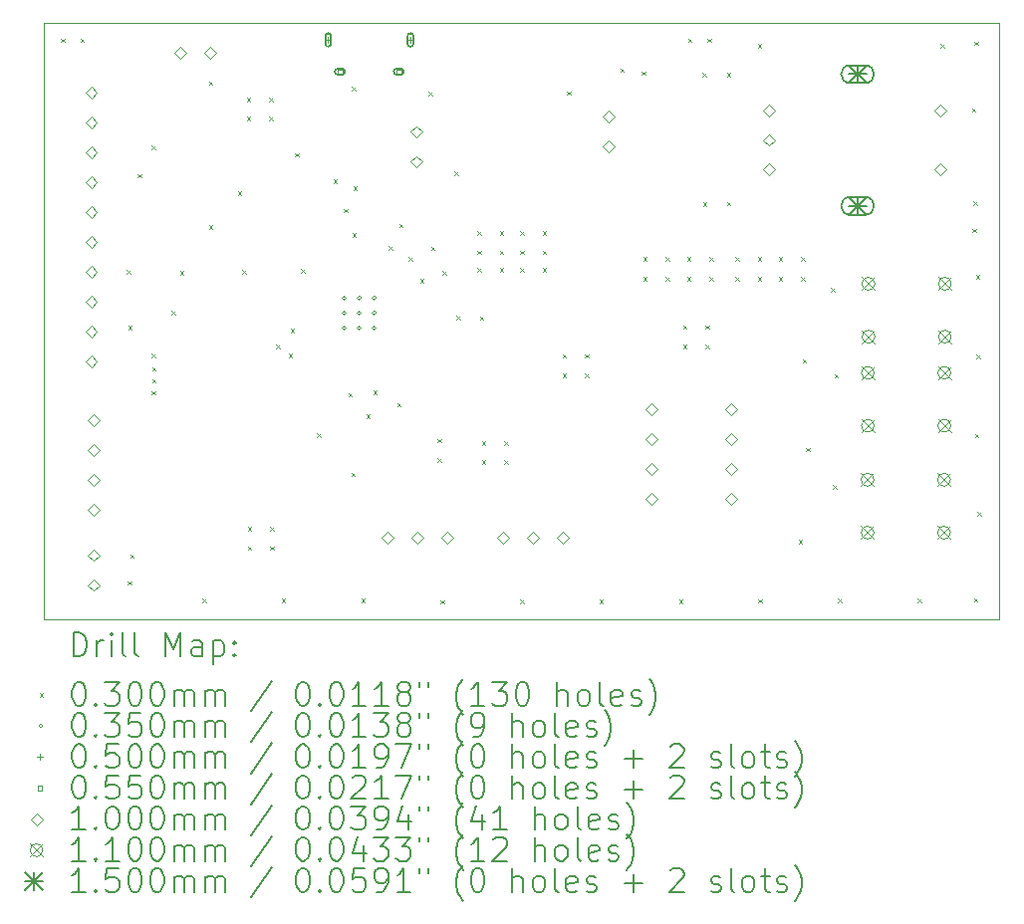
<source format=gbr>
%FSLAX45Y45*%
G04 Gerber Fmt 4.5, Leading zero omitted, Abs format (unit mm)*
G04 Created by KiCad (PCBNEW 6.0.6-3a73a75311~116~ubuntu20.04.1) date 2022-09-28 13:41:11*
%MOMM*%
%LPD*%
G01*
G04 APERTURE LIST*
%TA.AperFunction,Profile*%
%ADD10C,0.100000*%
%TD*%
%ADD11C,0.200000*%
%ADD12C,0.030000*%
%ADD13C,0.035000*%
%ADD14C,0.050000*%
%ADD15C,0.055000*%
%ADD16C,0.100000*%
%ADD17C,0.110000*%
%ADD18C,0.150000*%
G04 APERTURE END LIST*
D10*
X13008610Y-6588760D02*
X4888230Y-6588760D01*
X4888230Y-6588760D02*
X4888230Y-1518920D01*
X4888230Y-1518920D02*
X13008610Y-1518920D01*
X13008610Y-1518920D02*
X13008610Y-6588760D01*
D11*
D12*
X5037060Y-1651240D02*
X5067060Y-1681240D01*
X5067060Y-1651240D02*
X5037060Y-1681240D01*
X5202160Y-1651240D02*
X5232160Y-1681240D01*
X5232160Y-1651240D02*
X5202160Y-1681240D01*
X5595860Y-3622280D02*
X5625860Y-3652280D01*
X5625860Y-3622280D02*
X5595860Y-3652280D01*
X5603230Y-6265920D02*
X5633230Y-6295920D01*
X5633230Y-6265920D02*
X5603230Y-6295920D01*
X5608560Y-4097260D02*
X5638560Y-4127260D01*
X5638560Y-4097260D02*
X5608560Y-4127260D01*
X5623550Y-6039860D02*
X5653550Y-6069860D01*
X5653550Y-6039860D02*
X5623550Y-6069860D01*
X5689840Y-2804400D02*
X5719840Y-2834400D01*
X5719840Y-2804400D02*
X5689840Y-2834400D01*
X5809220Y-2563100D02*
X5839220Y-2593100D01*
X5839220Y-2563100D02*
X5809220Y-2593100D01*
X5809220Y-4333480D02*
X5839220Y-4363480D01*
X5839220Y-4333480D02*
X5809220Y-4363480D01*
X5809220Y-4648440D02*
X5839220Y-4678440D01*
X5839220Y-4648440D02*
X5809220Y-4678440D01*
X5811760Y-4445240D02*
X5841760Y-4475240D01*
X5841760Y-4445240D02*
X5811760Y-4475240D01*
X5811760Y-4546840D02*
X5841760Y-4576840D01*
X5841760Y-4546840D02*
X5811760Y-4576840D01*
X5976860Y-3967720D02*
X6006860Y-3997720D01*
X6006860Y-3967720D02*
X5976860Y-3997720D01*
X6050520Y-3629900D02*
X6080520Y-3659900D01*
X6080520Y-3629900D02*
X6050520Y-3659900D01*
X6237392Y-6416280D02*
X6267392Y-6446280D01*
X6267392Y-6416280D02*
X6237392Y-6446280D01*
X6294360Y-2017000D02*
X6324360Y-2047000D01*
X6324360Y-2017000D02*
X6294360Y-2047000D01*
X6294360Y-3238740D02*
X6324360Y-3268740D01*
X6324360Y-3238740D02*
X6294360Y-3268740D01*
X6540740Y-2954260D02*
X6570740Y-2984260D01*
X6570740Y-2954260D02*
X6540740Y-2984260D01*
X6578840Y-3619740D02*
X6608840Y-3649740D01*
X6608840Y-3619740D02*
X6578840Y-3649740D01*
X6616940Y-2154160D02*
X6646940Y-2184160D01*
X6646940Y-2154160D02*
X6616940Y-2184160D01*
X6616940Y-2319260D02*
X6646940Y-2349260D01*
X6646940Y-2319260D02*
X6616940Y-2349260D01*
X6624560Y-5806680D02*
X6654560Y-5836680D01*
X6654560Y-5806680D02*
X6624560Y-5836680D01*
X6624560Y-5971780D02*
X6654560Y-6001780D01*
X6654560Y-5971780D02*
X6624560Y-6001780D01*
X6807440Y-2154160D02*
X6837440Y-2184160D01*
X6837440Y-2154160D02*
X6807440Y-2184160D01*
X6807440Y-2319260D02*
X6837440Y-2349260D01*
X6837440Y-2319260D02*
X6807440Y-2349260D01*
X6815060Y-5806680D02*
X6845060Y-5836680D01*
X6845060Y-5806680D02*
X6815060Y-5836680D01*
X6815060Y-5971780D02*
X6845060Y-6001780D01*
X6845060Y-5971780D02*
X6815060Y-6001780D01*
X6865860Y-4257280D02*
X6895860Y-4287280D01*
X6895860Y-4257280D02*
X6865860Y-4287280D01*
X6912850Y-6416280D02*
X6942850Y-6446280D01*
X6942850Y-6416280D02*
X6912850Y-6446280D01*
X6972540Y-4333480D02*
X7002540Y-4363480D01*
X7002540Y-4333480D02*
X6972540Y-4363480D01*
X6986765Y-4121718D02*
X7016765Y-4151718D01*
X7016765Y-4121718D02*
X6986765Y-4151718D01*
X7028420Y-2626600D02*
X7058420Y-2656600D01*
X7058420Y-2626600D02*
X7028420Y-2656600D01*
X7079220Y-3614660D02*
X7109220Y-3644660D01*
X7109220Y-3614660D02*
X7079220Y-3644660D01*
X7211300Y-5009120D02*
X7241300Y-5039120D01*
X7241300Y-5009120D02*
X7211300Y-5039120D01*
X7353540Y-2850120D02*
X7383540Y-2880120D01*
X7383540Y-2850120D02*
X7353540Y-2880120D01*
X7439900Y-3101580D02*
X7469900Y-3131580D01*
X7469900Y-3101580D02*
X7439900Y-3131580D01*
X7480540Y-4666220D02*
X7510540Y-4696220D01*
X7510540Y-4666220D02*
X7480540Y-4696220D01*
X7503400Y-5344400D02*
X7533400Y-5374400D01*
X7533400Y-5344400D02*
X7503400Y-5374400D01*
X7511020Y-2065260D02*
X7541020Y-2095260D01*
X7541020Y-2065260D02*
X7511020Y-2095260D01*
X7513560Y-3309860D02*
X7543560Y-3339860D01*
X7543560Y-3309860D02*
X7513560Y-3339860D01*
X7521180Y-2911080D02*
X7551180Y-2941080D01*
X7551180Y-2911080D02*
X7521180Y-2941080D01*
X7588309Y-6413740D02*
X7618309Y-6443740D01*
X7618309Y-6413740D02*
X7588309Y-6443740D01*
X7632940Y-4846560D02*
X7662940Y-4876560D01*
X7662940Y-4846560D02*
X7632940Y-4876560D01*
X7691360Y-4643360D02*
X7721360Y-4673360D01*
X7721360Y-4643360D02*
X7691360Y-4673360D01*
X7823440Y-3416540D02*
X7853440Y-3446540D01*
X7853440Y-3416540D02*
X7823440Y-3446540D01*
X7894560Y-4750040D02*
X7924560Y-4780040D01*
X7924560Y-4750040D02*
X7894560Y-4780040D01*
X7912340Y-3228580D02*
X7942340Y-3258580D01*
X7942340Y-3228580D02*
X7912340Y-3258580D01*
X7993620Y-3513060D02*
X8023620Y-3543060D01*
X8023620Y-3513060D02*
X7993620Y-3543060D01*
X8090140Y-3695940D02*
X8120140Y-3725940D01*
X8120140Y-3695940D02*
X8090140Y-3725940D01*
X8161260Y-2103360D02*
X8191260Y-2133360D01*
X8191260Y-2103360D02*
X8161260Y-2133360D01*
X8184120Y-3421620D02*
X8214120Y-3451620D01*
X8214120Y-3421620D02*
X8184120Y-3451620D01*
X8237460Y-5054840D02*
X8267460Y-5084840D01*
X8267460Y-5054840D02*
X8237460Y-5084840D01*
X8237460Y-5219940D02*
X8267460Y-5249940D01*
X8267460Y-5219940D02*
X8237460Y-5249940D01*
X8263767Y-6426440D02*
X8293767Y-6456440D01*
X8293767Y-6426440D02*
X8263767Y-6456440D01*
X8280640Y-3629900D02*
X8310640Y-3659900D01*
X8310640Y-3629900D02*
X8280640Y-3659900D01*
X8379935Y-2784855D02*
X8409935Y-2814855D01*
X8409935Y-2784855D02*
X8379935Y-2814855D01*
X8400020Y-4010900D02*
X8430020Y-4040900D01*
X8430020Y-4010900D02*
X8400020Y-4040900D01*
X8575280Y-3289540D02*
X8605280Y-3319540D01*
X8605280Y-3289540D02*
X8575280Y-3319540D01*
X8575280Y-3454640D02*
X8605280Y-3484640D01*
X8605280Y-3454640D02*
X8575280Y-3484640D01*
X8575280Y-3604500D02*
X8605280Y-3634500D01*
X8605280Y-3604500D02*
X8575280Y-3634500D01*
X8598140Y-4015980D02*
X8628140Y-4045980D01*
X8628140Y-4015980D02*
X8598140Y-4045980D01*
X8613380Y-5075160D02*
X8643380Y-5105160D01*
X8643380Y-5075160D02*
X8613380Y-5105160D01*
X8613380Y-5240260D02*
X8643380Y-5270260D01*
X8643380Y-5240260D02*
X8613380Y-5270260D01*
X8765780Y-3289540D02*
X8795780Y-3319540D01*
X8795780Y-3289540D02*
X8765780Y-3319540D01*
X8765780Y-3454640D02*
X8795780Y-3484640D01*
X8795780Y-3454640D02*
X8765780Y-3484640D01*
X8765780Y-3604500D02*
X8795780Y-3634500D01*
X8795780Y-3604500D02*
X8765780Y-3634500D01*
X8803880Y-5075160D02*
X8833880Y-5105160D01*
X8833880Y-5075160D02*
X8803880Y-5105160D01*
X8803880Y-5240260D02*
X8833880Y-5270260D01*
X8833880Y-5240260D02*
X8803880Y-5270260D01*
X8939226Y-6423900D02*
X8969226Y-6453900D01*
X8969226Y-6423900D02*
X8939226Y-6453900D01*
X8941040Y-3289540D02*
X8971040Y-3319540D01*
X8971040Y-3289540D02*
X8941040Y-3319540D01*
X8941040Y-3454640D02*
X8971040Y-3484640D01*
X8971040Y-3454640D02*
X8941040Y-3484640D01*
X8941040Y-3604500D02*
X8971040Y-3634500D01*
X8971040Y-3604500D02*
X8941040Y-3634500D01*
X9131540Y-3289540D02*
X9161540Y-3319540D01*
X9161540Y-3289540D02*
X9131540Y-3319540D01*
X9131540Y-3454640D02*
X9161540Y-3484640D01*
X9161540Y-3454640D02*
X9131540Y-3484640D01*
X9131540Y-3604500D02*
X9161540Y-3634500D01*
X9161540Y-3604500D02*
X9131540Y-3634500D01*
X9301720Y-4336020D02*
X9331720Y-4366020D01*
X9331720Y-4336020D02*
X9301720Y-4366020D01*
X9301720Y-4501120D02*
X9331720Y-4531120D01*
X9331720Y-4501120D02*
X9301720Y-4531120D01*
X9339820Y-2100820D02*
X9369820Y-2130820D01*
X9369820Y-2100820D02*
X9339820Y-2130820D01*
X9492220Y-4336020D02*
X9522220Y-4366020D01*
X9522220Y-4336020D02*
X9492220Y-4366020D01*
X9492220Y-4501120D02*
X9522220Y-4531120D01*
X9522220Y-4501120D02*
X9492220Y-4531120D01*
X9614685Y-6423900D02*
X9644685Y-6453900D01*
X9644685Y-6423900D02*
X9614685Y-6453900D01*
X9789400Y-1905240D02*
X9819400Y-1935240D01*
X9819400Y-1905240D02*
X9789400Y-1935240D01*
X9974820Y-1930640D02*
X10004820Y-1960640D01*
X10004820Y-1930640D02*
X9974820Y-1960640D01*
X9987520Y-3513060D02*
X10017520Y-3543060D01*
X10017520Y-3513060D02*
X9987520Y-3543060D01*
X9987520Y-3678160D02*
X10017520Y-3708160D01*
X10017520Y-3678160D02*
X9987520Y-3708160D01*
X10178020Y-3513060D02*
X10208020Y-3543060D01*
X10208020Y-3513060D02*
X10178020Y-3543060D01*
X10178020Y-3678160D02*
X10208020Y-3708160D01*
X10208020Y-3678160D02*
X10178020Y-3708160D01*
X10290143Y-6421360D02*
X10320143Y-6451360D01*
X10320143Y-6421360D02*
X10290143Y-6451360D01*
X10325340Y-4092180D02*
X10355340Y-4122180D01*
X10355340Y-4092180D02*
X10325340Y-4122180D01*
X10325340Y-4257280D02*
X10355340Y-4287280D01*
X10355340Y-4257280D02*
X10325340Y-4287280D01*
X10358360Y-3513060D02*
X10388360Y-3543060D01*
X10388360Y-3513060D02*
X10358360Y-3543060D01*
X10358360Y-3678160D02*
X10388360Y-3708160D01*
X10388360Y-3678160D02*
X10358360Y-3708160D01*
X10365980Y-1651240D02*
X10395980Y-1681240D01*
X10395980Y-1651240D02*
X10365980Y-1681240D01*
X10490440Y-1943340D02*
X10520440Y-1973340D01*
X10520440Y-1943340D02*
X10490440Y-1973340D01*
X10495520Y-3043160D02*
X10525520Y-3073160D01*
X10525520Y-3043160D02*
X10495520Y-3073160D01*
X10515840Y-4092180D02*
X10545840Y-4122180D01*
X10545840Y-4092180D02*
X10515840Y-4122180D01*
X10515840Y-4257280D02*
X10545840Y-4287280D01*
X10545840Y-4257280D02*
X10515840Y-4287280D01*
X10531080Y-1651240D02*
X10561080Y-1681240D01*
X10561080Y-1651240D02*
X10531080Y-1681240D01*
X10548860Y-3513060D02*
X10578860Y-3543060D01*
X10578860Y-3513060D02*
X10548860Y-3543060D01*
X10548860Y-3678160D02*
X10578860Y-3708160D01*
X10578860Y-3678160D02*
X10548860Y-3708160D01*
X10696180Y-1943340D02*
X10726180Y-1973340D01*
X10726180Y-1943340D02*
X10696180Y-1973340D01*
X10696180Y-3040620D02*
X10726180Y-3070620D01*
X10726180Y-3040620D02*
X10696180Y-3070620D01*
X10767300Y-3513060D02*
X10797300Y-3543060D01*
X10797300Y-3513060D02*
X10767300Y-3543060D01*
X10767300Y-3678160D02*
X10797300Y-3708160D01*
X10797300Y-3678160D02*
X10767300Y-3708160D01*
X10957800Y-1699500D02*
X10987800Y-1729500D01*
X10987800Y-1699500D02*
X10957800Y-1729500D01*
X10957800Y-3513060D02*
X10987800Y-3543060D01*
X10987800Y-3513060D02*
X10957800Y-3543060D01*
X10957800Y-3678160D02*
X10987800Y-3708160D01*
X10987800Y-3678160D02*
X10957800Y-3708160D01*
X10965602Y-6418820D02*
X10995602Y-6448820D01*
X10995602Y-6418820D02*
X10965602Y-6448820D01*
X11138140Y-3513060D02*
X11168140Y-3543060D01*
X11168140Y-3513060D02*
X11138140Y-3543060D01*
X11138140Y-3678160D02*
X11168140Y-3708160D01*
X11168140Y-3678160D02*
X11138140Y-3708160D01*
X11305780Y-5915900D02*
X11335780Y-5945900D01*
X11335780Y-5915900D02*
X11305780Y-5945900D01*
X11328640Y-3513060D02*
X11358640Y-3543060D01*
X11358640Y-3513060D02*
X11328640Y-3543060D01*
X11328640Y-3678160D02*
X11358640Y-3708160D01*
X11358640Y-3678160D02*
X11328640Y-3708160D01*
X11338800Y-4379200D02*
X11368800Y-4409200D01*
X11368800Y-4379200D02*
X11338800Y-4409200D01*
X11369280Y-5131040D02*
X11399280Y-5161040D01*
X11399280Y-5131040D02*
X11369280Y-5161040D01*
X11580100Y-3774680D02*
X11610100Y-3804680D01*
X11610100Y-3774680D02*
X11580100Y-3804680D01*
X11597880Y-5448540D02*
X11627880Y-5478540D01*
X11627880Y-5448540D02*
X11597880Y-5478540D01*
X11610580Y-4506200D02*
X11640580Y-4536200D01*
X11640580Y-4506200D02*
X11610580Y-4536200D01*
X11641060Y-6416280D02*
X11671060Y-6446280D01*
X11671060Y-6416280D02*
X11641060Y-6446280D01*
X12316518Y-6416280D02*
X12346518Y-6446280D01*
X12346518Y-6416280D02*
X12316518Y-6446280D01*
X12512280Y-1699500D02*
X12542280Y-1729500D01*
X12542280Y-1699500D02*
X12512280Y-1729500D01*
X12781520Y-2245600D02*
X12811520Y-2275600D01*
X12811520Y-2245600D02*
X12781520Y-2275600D01*
X12784060Y-3269220D02*
X12814060Y-3299220D01*
X12814060Y-3269220D02*
X12784060Y-3299220D01*
X12791680Y-3035540D02*
X12821680Y-3065540D01*
X12821680Y-3035540D02*
X12791680Y-3065540D01*
X12796760Y-6411200D02*
X12826760Y-6441200D01*
X12826760Y-6411200D02*
X12796760Y-6441200D01*
X12801840Y-1676640D02*
X12831840Y-1706640D01*
X12831840Y-1676640D02*
X12801840Y-1706640D01*
X12806920Y-5014200D02*
X12836920Y-5044200D01*
X12836920Y-5014200D02*
X12806920Y-5044200D01*
X12814540Y-3662920D02*
X12844540Y-3692920D01*
X12844540Y-3662920D02*
X12814540Y-3692920D01*
X12819620Y-4338560D02*
X12849620Y-4368560D01*
X12849620Y-4338560D02*
X12819620Y-4368560D01*
X12824700Y-5678592D02*
X12854700Y-5708592D01*
X12854700Y-5678592D02*
X12824700Y-5708592D01*
D13*
X7461440Y-3857065D02*
G75*
G03*
X7461440Y-3857065I-17500J0D01*
G01*
X7461440Y-3984565D02*
G75*
G03*
X7461440Y-3984565I-17500J0D01*
G01*
X7461440Y-4112065D02*
G75*
G03*
X7461440Y-4112065I-17500J0D01*
G01*
X7588940Y-3857065D02*
G75*
G03*
X7588940Y-3857065I-17500J0D01*
G01*
X7588940Y-3984565D02*
G75*
G03*
X7588940Y-3984565I-17500J0D01*
G01*
X7588940Y-4112065D02*
G75*
G03*
X7588940Y-4112065I-17500J0D01*
G01*
X7716440Y-3857065D02*
G75*
G03*
X7716440Y-3857065I-17500J0D01*
G01*
X7716440Y-3984565D02*
G75*
G03*
X7716440Y-3984565I-17500J0D01*
G01*
X7716440Y-4112065D02*
G75*
G03*
X7716440Y-4112065I-17500J0D01*
G01*
D14*
X7308100Y-1638700D02*
X7308100Y-1688700D01*
X7283100Y-1663700D02*
X7333100Y-1663700D01*
D11*
X7333100Y-1696200D02*
X7333100Y-1631200D01*
X7283100Y-1696200D02*
X7283100Y-1631200D01*
X7333100Y-1631200D02*
G75*
G03*
X7283100Y-1631200I-25000J0D01*
G01*
X7283100Y-1696200D02*
G75*
G03*
X7333100Y-1696200I25000J0D01*
G01*
D14*
X8008100Y-1638700D02*
X8008100Y-1688700D01*
X7983100Y-1663700D02*
X8033100Y-1663700D01*
D11*
X8033100Y-1696200D02*
X8033100Y-1631200D01*
X7983100Y-1696200D02*
X7983100Y-1631200D01*
X8033100Y-1631200D02*
G75*
G03*
X7983100Y-1631200I-25000J0D01*
G01*
X7983100Y-1696200D02*
G75*
G03*
X8033100Y-1696200I25000J0D01*
G01*
D15*
X7427546Y-1953146D02*
X7427546Y-1914254D01*
X7388654Y-1914254D01*
X7388654Y-1953146D01*
X7427546Y-1953146D01*
D11*
X7423100Y-1906200D02*
X7393100Y-1906200D01*
X7423100Y-1961200D02*
X7393100Y-1961200D01*
X7393100Y-1906200D02*
G75*
G03*
X7393100Y-1961200I0J-27500D01*
G01*
X7423100Y-1961200D02*
G75*
G03*
X7423100Y-1906200I0J27500D01*
G01*
D15*
X7927546Y-1953146D02*
X7927546Y-1914254D01*
X7888654Y-1914254D01*
X7888654Y-1953146D01*
X7927546Y-1953146D01*
D11*
X7923100Y-1906200D02*
X7893100Y-1906200D01*
X7923100Y-1961200D02*
X7893100Y-1961200D01*
X7893100Y-1906200D02*
G75*
G03*
X7893100Y-1961200I0J-27500D01*
G01*
X7923100Y-1961200D02*
G75*
G03*
X7923100Y-1906200I0J27500D01*
G01*
D16*
X5293360Y-2160740D02*
X5343360Y-2110740D01*
X5293360Y-2060740D01*
X5243360Y-2110740D01*
X5293360Y-2160740D01*
X5293360Y-2414740D02*
X5343360Y-2364740D01*
X5293360Y-2314740D01*
X5243360Y-2364740D01*
X5293360Y-2414740D01*
X5293360Y-2668740D02*
X5343360Y-2618740D01*
X5293360Y-2568740D01*
X5243360Y-2618740D01*
X5293360Y-2668740D01*
X5293360Y-2922740D02*
X5343360Y-2872740D01*
X5293360Y-2822740D01*
X5243360Y-2872740D01*
X5293360Y-2922740D01*
X5293360Y-3176740D02*
X5343360Y-3126740D01*
X5293360Y-3076740D01*
X5243360Y-3126740D01*
X5293360Y-3176740D01*
X5293360Y-3430740D02*
X5343360Y-3380740D01*
X5293360Y-3330740D01*
X5243360Y-3380740D01*
X5293360Y-3430740D01*
X5293360Y-3684740D02*
X5343360Y-3634740D01*
X5293360Y-3584740D01*
X5243360Y-3634740D01*
X5293360Y-3684740D01*
X5293360Y-3938740D02*
X5343360Y-3888740D01*
X5293360Y-3838740D01*
X5243360Y-3888740D01*
X5293360Y-3938740D01*
X5293360Y-4192740D02*
X5343360Y-4142740D01*
X5293360Y-4092740D01*
X5243360Y-4142740D01*
X5293360Y-4192740D01*
X5293360Y-4446740D02*
X5343360Y-4396740D01*
X5293360Y-4346740D01*
X5243360Y-4396740D01*
X5293360Y-4446740D01*
X5313680Y-4949660D02*
X5363680Y-4899660D01*
X5313680Y-4849660D01*
X5263680Y-4899660D01*
X5313680Y-4949660D01*
X5313680Y-5203660D02*
X5363680Y-5153660D01*
X5313680Y-5103660D01*
X5263680Y-5153660D01*
X5313680Y-5203660D01*
X5313680Y-5457660D02*
X5363680Y-5407660D01*
X5313680Y-5357660D01*
X5263680Y-5407660D01*
X5313680Y-5457660D01*
X5313680Y-5711660D02*
X5363680Y-5661660D01*
X5313680Y-5611660D01*
X5263680Y-5661660D01*
X5313680Y-5711660D01*
X5313680Y-6095200D02*
X5363680Y-6045200D01*
X5313680Y-5995200D01*
X5263680Y-6045200D01*
X5313680Y-6095200D01*
X5313680Y-6349200D02*
X5363680Y-6299200D01*
X5313680Y-6249200D01*
X5263680Y-6299200D01*
X5313680Y-6349200D01*
X6052820Y-1822920D02*
X6102820Y-1772920D01*
X6052820Y-1722920D01*
X6002820Y-1772920D01*
X6052820Y-1822920D01*
X6306820Y-1822920D02*
X6356820Y-1772920D01*
X6306820Y-1722920D01*
X6256820Y-1772920D01*
X6306820Y-1822920D01*
X7809460Y-5947880D02*
X7859460Y-5897880D01*
X7809460Y-5847880D01*
X7759460Y-5897880D01*
X7809460Y-5947880D01*
X8054575Y-2496020D02*
X8104575Y-2446020D01*
X8054575Y-2396020D01*
X8004575Y-2446020D01*
X8054575Y-2496020D01*
X8054575Y-2750020D02*
X8104575Y-2700020D01*
X8054575Y-2650020D01*
X8004575Y-2700020D01*
X8054575Y-2750020D01*
X8063460Y-5947880D02*
X8113460Y-5897880D01*
X8063460Y-5847880D01*
X8013460Y-5897880D01*
X8063460Y-5947880D01*
X8317460Y-5947880D02*
X8367460Y-5897880D01*
X8317460Y-5847880D01*
X8267460Y-5897880D01*
X8317460Y-5947880D01*
X8797520Y-5947880D02*
X8847520Y-5897880D01*
X8797520Y-5847880D01*
X8747520Y-5897880D01*
X8797520Y-5947880D01*
X9051520Y-5947880D02*
X9101520Y-5897880D01*
X9051520Y-5847880D01*
X9001520Y-5897880D01*
X9051520Y-5947880D01*
X9305520Y-5947880D02*
X9355520Y-5897880D01*
X9305520Y-5847880D01*
X9255520Y-5897880D01*
X9305520Y-5947880D01*
X9692640Y-2366980D02*
X9742640Y-2316980D01*
X9692640Y-2266980D01*
X9642640Y-2316980D01*
X9692640Y-2366980D01*
X9692640Y-2620980D02*
X9742640Y-2570980D01*
X9692640Y-2520980D01*
X9642640Y-2570980D01*
X9692640Y-2620980D01*
X10053360Y-4855680D02*
X10103360Y-4805680D01*
X10053360Y-4755680D01*
X10003360Y-4805680D01*
X10053360Y-4855680D01*
X10053360Y-5109680D02*
X10103360Y-5059680D01*
X10053360Y-5009680D01*
X10003360Y-5059680D01*
X10053360Y-5109680D01*
X10053360Y-5363680D02*
X10103360Y-5313680D01*
X10053360Y-5263680D01*
X10003360Y-5313680D01*
X10053360Y-5363680D01*
X10053360Y-5617680D02*
X10103360Y-5567680D01*
X10053360Y-5517680D01*
X10003360Y-5567680D01*
X10053360Y-5617680D01*
X10734040Y-4855680D02*
X10784040Y-4805680D01*
X10734040Y-4755680D01*
X10684040Y-4805680D01*
X10734040Y-4855680D01*
X10734040Y-5109680D02*
X10784040Y-5059680D01*
X10734040Y-5009680D01*
X10684040Y-5059680D01*
X10734040Y-5109680D01*
X10734040Y-5363680D02*
X10784040Y-5313680D01*
X10734040Y-5263680D01*
X10684040Y-5313680D01*
X10734040Y-5363680D01*
X10734040Y-5617680D02*
X10784040Y-5567680D01*
X10734040Y-5517680D01*
X10684040Y-5567680D01*
X10734040Y-5617680D01*
X11058060Y-2314600D02*
X11108060Y-2264600D01*
X11058060Y-2214600D01*
X11008060Y-2264600D01*
X11058060Y-2314600D01*
X11058060Y-2564600D02*
X11108060Y-2514600D01*
X11058060Y-2464600D01*
X11008060Y-2514600D01*
X11058060Y-2564600D01*
X11058060Y-2814600D02*
X11108060Y-2764600D01*
X11058060Y-2714600D01*
X11008060Y-2764600D01*
X11058060Y-2814600D01*
X12508060Y-2314600D02*
X12558060Y-2264600D01*
X12508060Y-2214600D01*
X12458060Y-2264600D01*
X12508060Y-2314600D01*
X12508060Y-2814600D02*
X12558060Y-2764600D01*
X12508060Y-2714600D01*
X12458060Y-2764600D01*
X12508060Y-2814600D01*
D17*
X11837400Y-5348640D02*
X11947400Y-5458640D01*
X11947400Y-5348640D02*
X11837400Y-5458640D01*
X11947400Y-5403640D02*
G75*
G03*
X11947400Y-5403640I-55000J0D01*
G01*
X11837400Y-5798640D02*
X11947400Y-5908640D01*
X11947400Y-5798640D02*
X11837400Y-5908640D01*
X11947400Y-5853640D02*
G75*
G03*
X11947400Y-5853640I-55000J0D01*
G01*
X11839940Y-4439320D02*
X11949940Y-4549320D01*
X11949940Y-4439320D02*
X11839940Y-4549320D01*
X11949940Y-4494320D02*
G75*
G03*
X11949940Y-4494320I-55000J0D01*
G01*
X11839940Y-4889320D02*
X11949940Y-4999320D01*
X11949940Y-4889320D02*
X11839940Y-4999320D01*
X11949940Y-4944320D02*
G75*
G03*
X11949940Y-4944320I-55000J0D01*
G01*
X11845020Y-3682400D02*
X11955020Y-3792400D01*
X11955020Y-3682400D02*
X11845020Y-3792400D01*
X11955020Y-3737400D02*
G75*
G03*
X11955020Y-3737400I-55000J0D01*
G01*
X11845020Y-4132400D02*
X11955020Y-4242400D01*
X11955020Y-4132400D02*
X11845020Y-4242400D01*
X11955020Y-4187400D02*
G75*
G03*
X11955020Y-4187400I-55000J0D01*
G01*
X12487400Y-5348640D02*
X12597400Y-5458640D01*
X12597400Y-5348640D02*
X12487400Y-5458640D01*
X12597400Y-5403640D02*
G75*
G03*
X12597400Y-5403640I-55000J0D01*
G01*
X12487400Y-5798640D02*
X12597400Y-5908640D01*
X12597400Y-5798640D02*
X12487400Y-5908640D01*
X12597400Y-5853640D02*
G75*
G03*
X12597400Y-5853640I-55000J0D01*
G01*
X12489940Y-4439320D02*
X12599940Y-4549320D01*
X12599940Y-4439320D02*
X12489940Y-4549320D01*
X12599940Y-4494320D02*
G75*
G03*
X12599940Y-4494320I-55000J0D01*
G01*
X12489940Y-4889320D02*
X12599940Y-4999320D01*
X12599940Y-4889320D02*
X12489940Y-4999320D01*
X12599940Y-4944320D02*
G75*
G03*
X12599940Y-4944320I-55000J0D01*
G01*
X12495020Y-3682400D02*
X12605020Y-3792400D01*
X12605020Y-3682400D02*
X12495020Y-3792400D01*
X12605020Y-3737400D02*
G75*
G03*
X12605020Y-3737400I-55000J0D01*
G01*
X12495020Y-4132400D02*
X12605020Y-4242400D01*
X12605020Y-4132400D02*
X12495020Y-4242400D01*
X12605020Y-4187400D02*
G75*
G03*
X12605020Y-4187400I-55000J0D01*
G01*
D18*
X11733060Y-1879600D02*
X11883060Y-2029600D01*
X11883060Y-1879600D02*
X11733060Y-2029600D01*
X11808060Y-1879600D02*
X11808060Y-2029600D01*
X11733060Y-1954600D02*
X11883060Y-1954600D01*
D11*
X11743060Y-2029600D02*
X11873060Y-2029600D01*
X11743060Y-1879600D02*
X11873060Y-1879600D01*
X11873060Y-2029600D02*
G75*
G03*
X11873060Y-1879600I0J75000D01*
G01*
X11743060Y-1879600D02*
G75*
G03*
X11743060Y-2029600I0J-75000D01*
G01*
D18*
X11733060Y-2999600D02*
X11883060Y-3149600D01*
X11883060Y-2999600D02*
X11733060Y-3149600D01*
X11808060Y-2999600D02*
X11808060Y-3149600D01*
X11733060Y-3074600D02*
X11883060Y-3074600D01*
D11*
X11743060Y-3149600D02*
X11873060Y-3149600D01*
X11743060Y-2999600D02*
X11873060Y-2999600D01*
X11873060Y-3149600D02*
G75*
G03*
X11873060Y-2999600I0J75000D01*
G01*
X11743060Y-2999600D02*
G75*
G03*
X11743060Y-3149600I0J-75000D01*
G01*
X5140849Y-6904236D02*
X5140849Y-6704236D01*
X5188468Y-6704236D01*
X5217040Y-6713760D01*
X5236087Y-6732808D01*
X5245611Y-6751855D01*
X5255135Y-6789950D01*
X5255135Y-6818522D01*
X5245611Y-6856617D01*
X5236087Y-6875665D01*
X5217040Y-6894712D01*
X5188468Y-6904236D01*
X5140849Y-6904236D01*
X5340849Y-6904236D02*
X5340849Y-6770903D01*
X5340849Y-6808998D02*
X5350373Y-6789950D01*
X5359897Y-6780427D01*
X5378944Y-6770903D01*
X5397992Y-6770903D01*
X5464659Y-6904236D02*
X5464659Y-6770903D01*
X5464659Y-6704236D02*
X5455135Y-6713760D01*
X5464659Y-6723284D01*
X5474182Y-6713760D01*
X5464659Y-6704236D01*
X5464659Y-6723284D01*
X5588468Y-6904236D02*
X5569420Y-6894712D01*
X5559897Y-6875665D01*
X5559897Y-6704236D01*
X5693230Y-6904236D02*
X5674182Y-6894712D01*
X5664658Y-6875665D01*
X5664658Y-6704236D01*
X5921801Y-6904236D02*
X5921801Y-6704236D01*
X5988468Y-6847093D01*
X6055135Y-6704236D01*
X6055135Y-6904236D01*
X6236087Y-6904236D02*
X6236087Y-6799474D01*
X6226563Y-6780427D01*
X6207516Y-6770903D01*
X6169420Y-6770903D01*
X6150373Y-6780427D01*
X6236087Y-6894712D02*
X6217039Y-6904236D01*
X6169420Y-6904236D01*
X6150373Y-6894712D01*
X6140849Y-6875665D01*
X6140849Y-6856617D01*
X6150373Y-6837569D01*
X6169420Y-6828046D01*
X6217039Y-6828046D01*
X6236087Y-6818522D01*
X6331325Y-6770903D02*
X6331325Y-6970903D01*
X6331325Y-6780427D02*
X6350373Y-6770903D01*
X6388468Y-6770903D01*
X6407516Y-6780427D01*
X6417039Y-6789950D01*
X6426563Y-6808998D01*
X6426563Y-6866141D01*
X6417039Y-6885188D01*
X6407516Y-6894712D01*
X6388468Y-6904236D01*
X6350373Y-6904236D01*
X6331325Y-6894712D01*
X6512278Y-6885188D02*
X6521801Y-6894712D01*
X6512278Y-6904236D01*
X6502754Y-6894712D01*
X6512278Y-6885188D01*
X6512278Y-6904236D01*
X6512278Y-6780427D02*
X6521801Y-6789950D01*
X6512278Y-6799474D01*
X6502754Y-6789950D01*
X6512278Y-6780427D01*
X6512278Y-6799474D01*
D12*
X4853230Y-7218760D02*
X4883230Y-7248760D01*
X4883230Y-7218760D02*
X4853230Y-7248760D01*
D11*
X5178944Y-7124236D02*
X5197992Y-7124236D01*
X5217040Y-7133760D01*
X5226563Y-7143284D01*
X5236087Y-7162331D01*
X5245611Y-7200427D01*
X5245611Y-7248046D01*
X5236087Y-7286141D01*
X5226563Y-7305188D01*
X5217040Y-7314712D01*
X5197992Y-7324236D01*
X5178944Y-7324236D01*
X5159897Y-7314712D01*
X5150373Y-7305188D01*
X5140849Y-7286141D01*
X5131325Y-7248046D01*
X5131325Y-7200427D01*
X5140849Y-7162331D01*
X5150373Y-7143284D01*
X5159897Y-7133760D01*
X5178944Y-7124236D01*
X5331325Y-7305188D02*
X5340849Y-7314712D01*
X5331325Y-7324236D01*
X5321801Y-7314712D01*
X5331325Y-7305188D01*
X5331325Y-7324236D01*
X5407516Y-7124236D02*
X5531325Y-7124236D01*
X5464659Y-7200427D01*
X5493230Y-7200427D01*
X5512278Y-7209950D01*
X5521801Y-7219474D01*
X5531325Y-7238522D01*
X5531325Y-7286141D01*
X5521801Y-7305188D01*
X5512278Y-7314712D01*
X5493230Y-7324236D01*
X5436087Y-7324236D01*
X5417040Y-7314712D01*
X5407516Y-7305188D01*
X5655135Y-7124236D02*
X5674182Y-7124236D01*
X5693230Y-7133760D01*
X5702754Y-7143284D01*
X5712278Y-7162331D01*
X5721801Y-7200427D01*
X5721801Y-7248046D01*
X5712278Y-7286141D01*
X5702754Y-7305188D01*
X5693230Y-7314712D01*
X5674182Y-7324236D01*
X5655135Y-7324236D01*
X5636087Y-7314712D01*
X5626563Y-7305188D01*
X5617039Y-7286141D01*
X5607516Y-7248046D01*
X5607516Y-7200427D01*
X5617039Y-7162331D01*
X5626563Y-7143284D01*
X5636087Y-7133760D01*
X5655135Y-7124236D01*
X5845611Y-7124236D02*
X5864658Y-7124236D01*
X5883706Y-7133760D01*
X5893230Y-7143284D01*
X5902754Y-7162331D01*
X5912278Y-7200427D01*
X5912278Y-7248046D01*
X5902754Y-7286141D01*
X5893230Y-7305188D01*
X5883706Y-7314712D01*
X5864658Y-7324236D01*
X5845611Y-7324236D01*
X5826563Y-7314712D01*
X5817039Y-7305188D01*
X5807516Y-7286141D01*
X5797992Y-7248046D01*
X5797992Y-7200427D01*
X5807516Y-7162331D01*
X5817039Y-7143284D01*
X5826563Y-7133760D01*
X5845611Y-7124236D01*
X5997992Y-7324236D02*
X5997992Y-7190903D01*
X5997992Y-7209950D02*
X6007516Y-7200427D01*
X6026563Y-7190903D01*
X6055135Y-7190903D01*
X6074182Y-7200427D01*
X6083706Y-7219474D01*
X6083706Y-7324236D01*
X6083706Y-7219474D02*
X6093230Y-7200427D01*
X6112278Y-7190903D01*
X6140849Y-7190903D01*
X6159897Y-7200427D01*
X6169420Y-7219474D01*
X6169420Y-7324236D01*
X6264658Y-7324236D02*
X6264658Y-7190903D01*
X6264658Y-7209950D02*
X6274182Y-7200427D01*
X6293230Y-7190903D01*
X6321801Y-7190903D01*
X6340849Y-7200427D01*
X6350373Y-7219474D01*
X6350373Y-7324236D01*
X6350373Y-7219474D02*
X6359897Y-7200427D01*
X6378944Y-7190903D01*
X6407516Y-7190903D01*
X6426563Y-7200427D01*
X6436087Y-7219474D01*
X6436087Y-7324236D01*
X6826563Y-7114712D02*
X6655135Y-7371855D01*
X7083706Y-7124236D02*
X7102754Y-7124236D01*
X7121801Y-7133760D01*
X7131325Y-7143284D01*
X7140849Y-7162331D01*
X7150373Y-7200427D01*
X7150373Y-7248046D01*
X7140849Y-7286141D01*
X7131325Y-7305188D01*
X7121801Y-7314712D01*
X7102754Y-7324236D01*
X7083706Y-7324236D01*
X7064658Y-7314712D01*
X7055135Y-7305188D01*
X7045611Y-7286141D01*
X7036087Y-7248046D01*
X7036087Y-7200427D01*
X7045611Y-7162331D01*
X7055135Y-7143284D01*
X7064658Y-7133760D01*
X7083706Y-7124236D01*
X7236087Y-7305188D02*
X7245611Y-7314712D01*
X7236087Y-7324236D01*
X7226563Y-7314712D01*
X7236087Y-7305188D01*
X7236087Y-7324236D01*
X7369420Y-7124236D02*
X7388468Y-7124236D01*
X7407516Y-7133760D01*
X7417039Y-7143284D01*
X7426563Y-7162331D01*
X7436087Y-7200427D01*
X7436087Y-7248046D01*
X7426563Y-7286141D01*
X7417039Y-7305188D01*
X7407516Y-7314712D01*
X7388468Y-7324236D01*
X7369420Y-7324236D01*
X7350373Y-7314712D01*
X7340849Y-7305188D01*
X7331325Y-7286141D01*
X7321801Y-7248046D01*
X7321801Y-7200427D01*
X7331325Y-7162331D01*
X7340849Y-7143284D01*
X7350373Y-7133760D01*
X7369420Y-7124236D01*
X7626563Y-7324236D02*
X7512278Y-7324236D01*
X7569420Y-7324236D02*
X7569420Y-7124236D01*
X7550373Y-7152808D01*
X7531325Y-7171855D01*
X7512278Y-7181379D01*
X7817039Y-7324236D02*
X7702754Y-7324236D01*
X7759897Y-7324236D02*
X7759897Y-7124236D01*
X7740849Y-7152808D01*
X7721801Y-7171855D01*
X7702754Y-7181379D01*
X7931325Y-7209950D02*
X7912278Y-7200427D01*
X7902754Y-7190903D01*
X7893230Y-7171855D01*
X7893230Y-7162331D01*
X7902754Y-7143284D01*
X7912278Y-7133760D01*
X7931325Y-7124236D01*
X7969420Y-7124236D01*
X7988468Y-7133760D01*
X7997992Y-7143284D01*
X8007516Y-7162331D01*
X8007516Y-7171855D01*
X7997992Y-7190903D01*
X7988468Y-7200427D01*
X7969420Y-7209950D01*
X7931325Y-7209950D01*
X7912278Y-7219474D01*
X7902754Y-7228998D01*
X7893230Y-7248046D01*
X7893230Y-7286141D01*
X7902754Y-7305188D01*
X7912278Y-7314712D01*
X7931325Y-7324236D01*
X7969420Y-7324236D01*
X7988468Y-7314712D01*
X7997992Y-7305188D01*
X8007516Y-7286141D01*
X8007516Y-7248046D01*
X7997992Y-7228998D01*
X7988468Y-7219474D01*
X7969420Y-7209950D01*
X8083706Y-7124236D02*
X8083706Y-7162331D01*
X8159897Y-7124236D02*
X8159897Y-7162331D01*
X8455135Y-7400427D02*
X8445611Y-7390903D01*
X8426563Y-7362331D01*
X8417040Y-7343284D01*
X8407516Y-7314712D01*
X8397992Y-7267093D01*
X8397992Y-7228998D01*
X8407516Y-7181379D01*
X8417040Y-7152808D01*
X8426563Y-7133760D01*
X8445611Y-7105188D01*
X8455135Y-7095665D01*
X8636087Y-7324236D02*
X8521801Y-7324236D01*
X8578944Y-7324236D02*
X8578944Y-7124236D01*
X8559897Y-7152808D01*
X8540849Y-7171855D01*
X8521801Y-7181379D01*
X8702754Y-7124236D02*
X8826563Y-7124236D01*
X8759897Y-7200427D01*
X8788468Y-7200427D01*
X8807516Y-7209950D01*
X8817040Y-7219474D01*
X8826563Y-7238522D01*
X8826563Y-7286141D01*
X8817040Y-7305188D01*
X8807516Y-7314712D01*
X8788468Y-7324236D01*
X8731325Y-7324236D01*
X8712278Y-7314712D01*
X8702754Y-7305188D01*
X8950373Y-7124236D02*
X8969420Y-7124236D01*
X8988468Y-7133760D01*
X8997992Y-7143284D01*
X9007516Y-7162331D01*
X9017040Y-7200427D01*
X9017040Y-7248046D01*
X9007516Y-7286141D01*
X8997992Y-7305188D01*
X8988468Y-7314712D01*
X8969420Y-7324236D01*
X8950373Y-7324236D01*
X8931325Y-7314712D01*
X8921801Y-7305188D01*
X8912278Y-7286141D01*
X8902754Y-7248046D01*
X8902754Y-7200427D01*
X8912278Y-7162331D01*
X8921801Y-7143284D01*
X8931325Y-7133760D01*
X8950373Y-7124236D01*
X9255135Y-7324236D02*
X9255135Y-7124236D01*
X9340849Y-7324236D02*
X9340849Y-7219474D01*
X9331325Y-7200427D01*
X9312278Y-7190903D01*
X9283706Y-7190903D01*
X9264659Y-7200427D01*
X9255135Y-7209950D01*
X9464659Y-7324236D02*
X9445611Y-7314712D01*
X9436087Y-7305188D01*
X9426563Y-7286141D01*
X9426563Y-7228998D01*
X9436087Y-7209950D01*
X9445611Y-7200427D01*
X9464659Y-7190903D01*
X9493230Y-7190903D01*
X9512278Y-7200427D01*
X9521801Y-7209950D01*
X9531325Y-7228998D01*
X9531325Y-7286141D01*
X9521801Y-7305188D01*
X9512278Y-7314712D01*
X9493230Y-7324236D01*
X9464659Y-7324236D01*
X9645611Y-7324236D02*
X9626563Y-7314712D01*
X9617040Y-7295665D01*
X9617040Y-7124236D01*
X9797992Y-7314712D02*
X9778944Y-7324236D01*
X9740849Y-7324236D01*
X9721801Y-7314712D01*
X9712278Y-7295665D01*
X9712278Y-7219474D01*
X9721801Y-7200427D01*
X9740849Y-7190903D01*
X9778944Y-7190903D01*
X9797992Y-7200427D01*
X9807516Y-7219474D01*
X9807516Y-7238522D01*
X9712278Y-7257569D01*
X9883706Y-7314712D02*
X9902754Y-7324236D01*
X9940849Y-7324236D01*
X9959897Y-7314712D01*
X9969420Y-7295665D01*
X9969420Y-7286141D01*
X9959897Y-7267093D01*
X9940849Y-7257569D01*
X9912278Y-7257569D01*
X9893230Y-7248046D01*
X9883706Y-7228998D01*
X9883706Y-7219474D01*
X9893230Y-7200427D01*
X9912278Y-7190903D01*
X9940849Y-7190903D01*
X9959897Y-7200427D01*
X10036087Y-7400427D02*
X10045611Y-7390903D01*
X10064659Y-7362331D01*
X10074182Y-7343284D01*
X10083706Y-7314712D01*
X10093230Y-7267093D01*
X10093230Y-7228998D01*
X10083706Y-7181379D01*
X10074182Y-7152808D01*
X10064659Y-7133760D01*
X10045611Y-7105188D01*
X10036087Y-7095665D01*
D13*
X4883230Y-7497760D02*
G75*
G03*
X4883230Y-7497760I-17500J0D01*
G01*
D11*
X5178944Y-7388236D02*
X5197992Y-7388236D01*
X5217040Y-7397760D01*
X5226563Y-7407284D01*
X5236087Y-7426331D01*
X5245611Y-7464427D01*
X5245611Y-7512046D01*
X5236087Y-7550141D01*
X5226563Y-7569188D01*
X5217040Y-7578712D01*
X5197992Y-7588236D01*
X5178944Y-7588236D01*
X5159897Y-7578712D01*
X5150373Y-7569188D01*
X5140849Y-7550141D01*
X5131325Y-7512046D01*
X5131325Y-7464427D01*
X5140849Y-7426331D01*
X5150373Y-7407284D01*
X5159897Y-7397760D01*
X5178944Y-7388236D01*
X5331325Y-7569188D02*
X5340849Y-7578712D01*
X5331325Y-7588236D01*
X5321801Y-7578712D01*
X5331325Y-7569188D01*
X5331325Y-7588236D01*
X5407516Y-7388236D02*
X5531325Y-7388236D01*
X5464659Y-7464427D01*
X5493230Y-7464427D01*
X5512278Y-7473950D01*
X5521801Y-7483474D01*
X5531325Y-7502522D01*
X5531325Y-7550141D01*
X5521801Y-7569188D01*
X5512278Y-7578712D01*
X5493230Y-7588236D01*
X5436087Y-7588236D01*
X5417040Y-7578712D01*
X5407516Y-7569188D01*
X5712278Y-7388236D02*
X5617039Y-7388236D01*
X5607516Y-7483474D01*
X5617039Y-7473950D01*
X5636087Y-7464427D01*
X5683706Y-7464427D01*
X5702754Y-7473950D01*
X5712278Y-7483474D01*
X5721801Y-7502522D01*
X5721801Y-7550141D01*
X5712278Y-7569188D01*
X5702754Y-7578712D01*
X5683706Y-7588236D01*
X5636087Y-7588236D01*
X5617039Y-7578712D01*
X5607516Y-7569188D01*
X5845611Y-7388236D02*
X5864658Y-7388236D01*
X5883706Y-7397760D01*
X5893230Y-7407284D01*
X5902754Y-7426331D01*
X5912278Y-7464427D01*
X5912278Y-7512046D01*
X5902754Y-7550141D01*
X5893230Y-7569188D01*
X5883706Y-7578712D01*
X5864658Y-7588236D01*
X5845611Y-7588236D01*
X5826563Y-7578712D01*
X5817039Y-7569188D01*
X5807516Y-7550141D01*
X5797992Y-7512046D01*
X5797992Y-7464427D01*
X5807516Y-7426331D01*
X5817039Y-7407284D01*
X5826563Y-7397760D01*
X5845611Y-7388236D01*
X5997992Y-7588236D02*
X5997992Y-7454903D01*
X5997992Y-7473950D02*
X6007516Y-7464427D01*
X6026563Y-7454903D01*
X6055135Y-7454903D01*
X6074182Y-7464427D01*
X6083706Y-7483474D01*
X6083706Y-7588236D01*
X6083706Y-7483474D02*
X6093230Y-7464427D01*
X6112278Y-7454903D01*
X6140849Y-7454903D01*
X6159897Y-7464427D01*
X6169420Y-7483474D01*
X6169420Y-7588236D01*
X6264658Y-7588236D02*
X6264658Y-7454903D01*
X6264658Y-7473950D02*
X6274182Y-7464427D01*
X6293230Y-7454903D01*
X6321801Y-7454903D01*
X6340849Y-7464427D01*
X6350373Y-7483474D01*
X6350373Y-7588236D01*
X6350373Y-7483474D02*
X6359897Y-7464427D01*
X6378944Y-7454903D01*
X6407516Y-7454903D01*
X6426563Y-7464427D01*
X6436087Y-7483474D01*
X6436087Y-7588236D01*
X6826563Y-7378712D02*
X6655135Y-7635855D01*
X7083706Y-7388236D02*
X7102754Y-7388236D01*
X7121801Y-7397760D01*
X7131325Y-7407284D01*
X7140849Y-7426331D01*
X7150373Y-7464427D01*
X7150373Y-7512046D01*
X7140849Y-7550141D01*
X7131325Y-7569188D01*
X7121801Y-7578712D01*
X7102754Y-7588236D01*
X7083706Y-7588236D01*
X7064658Y-7578712D01*
X7055135Y-7569188D01*
X7045611Y-7550141D01*
X7036087Y-7512046D01*
X7036087Y-7464427D01*
X7045611Y-7426331D01*
X7055135Y-7407284D01*
X7064658Y-7397760D01*
X7083706Y-7388236D01*
X7236087Y-7569188D02*
X7245611Y-7578712D01*
X7236087Y-7588236D01*
X7226563Y-7578712D01*
X7236087Y-7569188D01*
X7236087Y-7588236D01*
X7369420Y-7388236D02*
X7388468Y-7388236D01*
X7407516Y-7397760D01*
X7417039Y-7407284D01*
X7426563Y-7426331D01*
X7436087Y-7464427D01*
X7436087Y-7512046D01*
X7426563Y-7550141D01*
X7417039Y-7569188D01*
X7407516Y-7578712D01*
X7388468Y-7588236D01*
X7369420Y-7588236D01*
X7350373Y-7578712D01*
X7340849Y-7569188D01*
X7331325Y-7550141D01*
X7321801Y-7512046D01*
X7321801Y-7464427D01*
X7331325Y-7426331D01*
X7340849Y-7407284D01*
X7350373Y-7397760D01*
X7369420Y-7388236D01*
X7626563Y-7588236D02*
X7512278Y-7588236D01*
X7569420Y-7588236D02*
X7569420Y-7388236D01*
X7550373Y-7416808D01*
X7531325Y-7435855D01*
X7512278Y-7445379D01*
X7693230Y-7388236D02*
X7817039Y-7388236D01*
X7750373Y-7464427D01*
X7778944Y-7464427D01*
X7797992Y-7473950D01*
X7807516Y-7483474D01*
X7817039Y-7502522D01*
X7817039Y-7550141D01*
X7807516Y-7569188D01*
X7797992Y-7578712D01*
X7778944Y-7588236D01*
X7721801Y-7588236D01*
X7702754Y-7578712D01*
X7693230Y-7569188D01*
X7931325Y-7473950D02*
X7912278Y-7464427D01*
X7902754Y-7454903D01*
X7893230Y-7435855D01*
X7893230Y-7426331D01*
X7902754Y-7407284D01*
X7912278Y-7397760D01*
X7931325Y-7388236D01*
X7969420Y-7388236D01*
X7988468Y-7397760D01*
X7997992Y-7407284D01*
X8007516Y-7426331D01*
X8007516Y-7435855D01*
X7997992Y-7454903D01*
X7988468Y-7464427D01*
X7969420Y-7473950D01*
X7931325Y-7473950D01*
X7912278Y-7483474D01*
X7902754Y-7492998D01*
X7893230Y-7512046D01*
X7893230Y-7550141D01*
X7902754Y-7569188D01*
X7912278Y-7578712D01*
X7931325Y-7588236D01*
X7969420Y-7588236D01*
X7988468Y-7578712D01*
X7997992Y-7569188D01*
X8007516Y-7550141D01*
X8007516Y-7512046D01*
X7997992Y-7492998D01*
X7988468Y-7483474D01*
X7969420Y-7473950D01*
X8083706Y-7388236D02*
X8083706Y-7426331D01*
X8159897Y-7388236D02*
X8159897Y-7426331D01*
X8455135Y-7664427D02*
X8445611Y-7654903D01*
X8426563Y-7626331D01*
X8417040Y-7607284D01*
X8407516Y-7578712D01*
X8397992Y-7531093D01*
X8397992Y-7492998D01*
X8407516Y-7445379D01*
X8417040Y-7416808D01*
X8426563Y-7397760D01*
X8445611Y-7369188D01*
X8455135Y-7359665D01*
X8540849Y-7588236D02*
X8578944Y-7588236D01*
X8597992Y-7578712D01*
X8607516Y-7569188D01*
X8626563Y-7540617D01*
X8636087Y-7502522D01*
X8636087Y-7426331D01*
X8626563Y-7407284D01*
X8617040Y-7397760D01*
X8597992Y-7388236D01*
X8559897Y-7388236D01*
X8540849Y-7397760D01*
X8531325Y-7407284D01*
X8521801Y-7426331D01*
X8521801Y-7473950D01*
X8531325Y-7492998D01*
X8540849Y-7502522D01*
X8559897Y-7512046D01*
X8597992Y-7512046D01*
X8617040Y-7502522D01*
X8626563Y-7492998D01*
X8636087Y-7473950D01*
X8874182Y-7588236D02*
X8874182Y-7388236D01*
X8959897Y-7588236D02*
X8959897Y-7483474D01*
X8950373Y-7464427D01*
X8931325Y-7454903D01*
X8902754Y-7454903D01*
X8883706Y-7464427D01*
X8874182Y-7473950D01*
X9083706Y-7588236D02*
X9064659Y-7578712D01*
X9055135Y-7569188D01*
X9045611Y-7550141D01*
X9045611Y-7492998D01*
X9055135Y-7473950D01*
X9064659Y-7464427D01*
X9083706Y-7454903D01*
X9112278Y-7454903D01*
X9131325Y-7464427D01*
X9140849Y-7473950D01*
X9150373Y-7492998D01*
X9150373Y-7550141D01*
X9140849Y-7569188D01*
X9131325Y-7578712D01*
X9112278Y-7588236D01*
X9083706Y-7588236D01*
X9264659Y-7588236D02*
X9245611Y-7578712D01*
X9236087Y-7559665D01*
X9236087Y-7388236D01*
X9417040Y-7578712D02*
X9397992Y-7588236D01*
X9359897Y-7588236D01*
X9340849Y-7578712D01*
X9331325Y-7559665D01*
X9331325Y-7483474D01*
X9340849Y-7464427D01*
X9359897Y-7454903D01*
X9397992Y-7454903D01*
X9417040Y-7464427D01*
X9426563Y-7483474D01*
X9426563Y-7502522D01*
X9331325Y-7521569D01*
X9502754Y-7578712D02*
X9521801Y-7588236D01*
X9559897Y-7588236D01*
X9578944Y-7578712D01*
X9588468Y-7559665D01*
X9588468Y-7550141D01*
X9578944Y-7531093D01*
X9559897Y-7521569D01*
X9531325Y-7521569D01*
X9512278Y-7512046D01*
X9502754Y-7492998D01*
X9502754Y-7483474D01*
X9512278Y-7464427D01*
X9531325Y-7454903D01*
X9559897Y-7454903D01*
X9578944Y-7464427D01*
X9655135Y-7664427D02*
X9664659Y-7654903D01*
X9683706Y-7626331D01*
X9693230Y-7607284D01*
X9702754Y-7578712D01*
X9712278Y-7531093D01*
X9712278Y-7492998D01*
X9702754Y-7445379D01*
X9693230Y-7416808D01*
X9683706Y-7397760D01*
X9664659Y-7369188D01*
X9655135Y-7359665D01*
D14*
X4858230Y-7736760D02*
X4858230Y-7786760D01*
X4833230Y-7761760D02*
X4883230Y-7761760D01*
D11*
X5178944Y-7652236D02*
X5197992Y-7652236D01*
X5217040Y-7661760D01*
X5226563Y-7671284D01*
X5236087Y-7690331D01*
X5245611Y-7728427D01*
X5245611Y-7776046D01*
X5236087Y-7814141D01*
X5226563Y-7833188D01*
X5217040Y-7842712D01*
X5197992Y-7852236D01*
X5178944Y-7852236D01*
X5159897Y-7842712D01*
X5150373Y-7833188D01*
X5140849Y-7814141D01*
X5131325Y-7776046D01*
X5131325Y-7728427D01*
X5140849Y-7690331D01*
X5150373Y-7671284D01*
X5159897Y-7661760D01*
X5178944Y-7652236D01*
X5331325Y-7833188D02*
X5340849Y-7842712D01*
X5331325Y-7852236D01*
X5321801Y-7842712D01*
X5331325Y-7833188D01*
X5331325Y-7852236D01*
X5521801Y-7652236D02*
X5426563Y-7652236D01*
X5417040Y-7747474D01*
X5426563Y-7737950D01*
X5445611Y-7728427D01*
X5493230Y-7728427D01*
X5512278Y-7737950D01*
X5521801Y-7747474D01*
X5531325Y-7766522D01*
X5531325Y-7814141D01*
X5521801Y-7833188D01*
X5512278Y-7842712D01*
X5493230Y-7852236D01*
X5445611Y-7852236D01*
X5426563Y-7842712D01*
X5417040Y-7833188D01*
X5655135Y-7652236D02*
X5674182Y-7652236D01*
X5693230Y-7661760D01*
X5702754Y-7671284D01*
X5712278Y-7690331D01*
X5721801Y-7728427D01*
X5721801Y-7776046D01*
X5712278Y-7814141D01*
X5702754Y-7833188D01*
X5693230Y-7842712D01*
X5674182Y-7852236D01*
X5655135Y-7852236D01*
X5636087Y-7842712D01*
X5626563Y-7833188D01*
X5617039Y-7814141D01*
X5607516Y-7776046D01*
X5607516Y-7728427D01*
X5617039Y-7690331D01*
X5626563Y-7671284D01*
X5636087Y-7661760D01*
X5655135Y-7652236D01*
X5845611Y-7652236D02*
X5864658Y-7652236D01*
X5883706Y-7661760D01*
X5893230Y-7671284D01*
X5902754Y-7690331D01*
X5912278Y-7728427D01*
X5912278Y-7776046D01*
X5902754Y-7814141D01*
X5893230Y-7833188D01*
X5883706Y-7842712D01*
X5864658Y-7852236D01*
X5845611Y-7852236D01*
X5826563Y-7842712D01*
X5817039Y-7833188D01*
X5807516Y-7814141D01*
X5797992Y-7776046D01*
X5797992Y-7728427D01*
X5807516Y-7690331D01*
X5817039Y-7671284D01*
X5826563Y-7661760D01*
X5845611Y-7652236D01*
X5997992Y-7852236D02*
X5997992Y-7718903D01*
X5997992Y-7737950D02*
X6007516Y-7728427D01*
X6026563Y-7718903D01*
X6055135Y-7718903D01*
X6074182Y-7728427D01*
X6083706Y-7747474D01*
X6083706Y-7852236D01*
X6083706Y-7747474D02*
X6093230Y-7728427D01*
X6112278Y-7718903D01*
X6140849Y-7718903D01*
X6159897Y-7728427D01*
X6169420Y-7747474D01*
X6169420Y-7852236D01*
X6264658Y-7852236D02*
X6264658Y-7718903D01*
X6264658Y-7737950D02*
X6274182Y-7728427D01*
X6293230Y-7718903D01*
X6321801Y-7718903D01*
X6340849Y-7728427D01*
X6350373Y-7747474D01*
X6350373Y-7852236D01*
X6350373Y-7747474D02*
X6359897Y-7728427D01*
X6378944Y-7718903D01*
X6407516Y-7718903D01*
X6426563Y-7728427D01*
X6436087Y-7747474D01*
X6436087Y-7852236D01*
X6826563Y-7642712D02*
X6655135Y-7899855D01*
X7083706Y-7652236D02*
X7102754Y-7652236D01*
X7121801Y-7661760D01*
X7131325Y-7671284D01*
X7140849Y-7690331D01*
X7150373Y-7728427D01*
X7150373Y-7776046D01*
X7140849Y-7814141D01*
X7131325Y-7833188D01*
X7121801Y-7842712D01*
X7102754Y-7852236D01*
X7083706Y-7852236D01*
X7064658Y-7842712D01*
X7055135Y-7833188D01*
X7045611Y-7814141D01*
X7036087Y-7776046D01*
X7036087Y-7728427D01*
X7045611Y-7690331D01*
X7055135Y-7671284D01*
X7064658Y-7661760D01*
X7083706Y-7652236D01*
X7236087Y-7833188D02*
X7245611Y-7842712D01*
X7236087Y-7852236D01*
X7226563Y-7842712D01*
X7236087Y-7833188D01*
X7236087Y-7852236D01*
X7369420Y-7652236D02*
X7388468Y-7652236D01*
X7407516Y-7661760D01*
X7417039Y-7671284D01*
X7426563Y-7690331D01*
X7436087Y-7728427D01*
X7436087Y-7776046D01*
X7426563Y-7814141D01*
X7417039Y-7833188D01*
X7407516Y-7842712D01*
X7388468Y-7852236D01*
X7369420Y-7852236D01*
X7350373Y-7842712D01*
X7340849Y-7833188D01*
X7331325Y-7814141D01*
X7321801Y-7776046D01*
X7321801Y-7728427D01*
X7331325Y-7690331D01*
X7340849Y-7671284D01*
X7350373Y-7661760D01*
X7369420Y-7652236D01*
X7626563Y-7852236D02*
X7512278Y-7852236D01*
X7569420Y-7852236D02*
X7569420Y-7652236D01*
X7550373Y-7680808D01*
X7531325Y-7699855D01*
X7512278Y-7709379D01*
X7721801Y-7852236D02*
X7759897Y-7852236D01*
X7778944Y-7842712D01*
X7788468Y-7833188D01*
X7807516Y-7804617D01*
X7817039Y-7766522D01*
X7817039Y-7690331D01*
X7807516Y-7671284D01*
X7797992Y-7661760D01*
X7778944Y-7652236D01*
X7740849Y-7652236D01*
X7721801Y-7661760D01*
X7712278Y-7671284D01*
X7702754Y-7690331D01*
X7702754Y-7737950D01*
X7712278Y-7756998D01*
X7721801Y-7766522D01*
X7740849Y-7776046D01*
X7778944Y-7776046D01*
X7797992Y-7766522D01*
X7807516Y-7756998D01*
X7817039Y-7737950D01*
X7883706Y-7652236D02*
X8017039Y-7652236D01*
X7931325Y-7852236D01*
X8083706Y-7652236D02*
X8083706Y-7690331D01*
X8159897Y-7652236D02*
X8159897Y-7690331D01*
X8455135Y-7928427D02*
X8445611Y-7918903D01*
X8426563Y-7890331D01*
X8417040Y-7871284D01*
X8407516Y-7842712D01*
X8397992Y-7795093D01*
X8397992Y-7756998D01*
X8407516Y-7709379D01*
X8417040Y-7680808D01*
X8426563Y-7661760D01*
X8445611Y-7633188D01*
X8455135Y-7623665D01*
X8569420Y-7652236D02*
X8588468Y-7652236D01*
X8607516Y-7661760D01*
X8617040Y-7671284D01*
X8626563Y-7690331D01*
X8636087Y-7728427D01*
X8636087Y-7776046D01*
X8626563Y-7814141D01*
X8617040Y-7833188D01*
X8607516Y-7842712D01*
X8588468Y-7852236D01*
X8569420Y-7852236D01*
X8550373Y-7842712D01*
X8540849Y-7833188D01*
X8531325Y-7814141D01*
X8521801Y-7776046D01*
X8521801Y-7728427D01*
X8531325Y-7690331D01*
X8540849Y-7671284D01*
X8550373Y-7661760D01*
X8569420Y-7652236D01*
X8874182Y-7852236D02*
X8874182Y-7652236D01*
X8959897Y-7852236D02*
X8959897Y-7747474D01*
X8950373Y-7728427D01*
X8931325Y-7718903D01*
X8902754Y-7718903D01*
X8883706Y-7728427D01*
X8874182Y-7737950D01*
X9083706Y-7852236D02*
X9064659Y-7842712D01*
X9055135Y-7833188D01*
X9045611Y-7814141D01*
X9045611Y-7756998D01*
X9055135Y-7737950D01*
X9064659Y-7728427D01*
X9083706Y-7718903D01*
X9112278Y-7718903D01*
X9131325Y-7728427D01*
X9140849Y-7737950D01*
X9150373Y-7756998D01*
X9150373Y-7814141D01*
X9140849Y-7833188D01*
X9131325Y-7842712D01*
X9112278Y-7852236D01*
X9083706Y-7852236D01*
X9264659Y-7852236D02*
X9245611Y-7842712D01*
X9236087Y-7823665D01*
X9236087Y-7652236D01*
X9417040Y-7842712D02*
X9397992Y-7852236D01*
X9359897Y-7852236D01*
X9340849Y-7842712D01*
X9331325Y-7823665D01*
X9331325Y-7747474D01*
X9340849Y-7728427D01*
X9359897Y-7718903D01*
X9397992Y-7718903D01*
X9417040Y-7728427D01*
X9426563Y-7747474D01*
X9426563Y-7766522D01*
X9331325Y-7785569D01*
X9502754Y-7842712D02*
X9521801Y-7852236D01*
X9559897Y-7852236D01*
X9578944Y-7842712D01*
X9588468Y-7823665D01*
X9588468Y-7814141D01*
X9578944Y-7795093D01*
X9559897Y-7785569D01*
X9531325Y-7785569D01*
X9512278Y-7776046D01*
X9502754Y-7756998D01*
X9502754Y-7747474D01*
X9512278Y-7728427D01*
X9531325Y-7718903D01*
X9559897Y-7718903D01*
X9578944Y-7728427D01*
X9826563Y-7776046D02*
X9978944Y-7776046D01*
X9902754Y-7852236D02*
X9902754Y-7699855D01*
X10217040Y-7671284D02*
X10226563Y-7661760D01*
X10245611Y-7652236D01*
X10293230Y-7652236D01*
X10312278Y-7661760D01*
X10321801Y-7671284D01*
X10331325Y-7690331D01*
X10331325Y-7709379D01*
X10321801Y-7737950D01*
X10207516Y-7852236D01*
X10331325Y-7852236D01*
X10559897Y-7842712D02*
X10578944Y-7852236D01*
X10617040Y-7852236D01*
X10636087Y-7842712D01*
X10645611Y-7823665D01*
X10645611Y-7814141D01*
X10636087Y-7795093D01*
X10617040Y-7785569D01*
X10588468Y-7785569D01*
X10569420Y-7776046D01*
X10559897Y-7756998D01*
X10559897Y-7747474D01*
X10569420Y-7728427D01*
X10588468Y-7718903D01*
X10617040Y-7718903D01*
X10636087Y-7728427D01*
X10759897Y-7852236D02*
X10740849Y-7842712D01*
X10731325Y-7823665D01*
X10731325Y-7652236D01*
X10864659Y-7852236D02*
X10845611Y-7842712D01*
X10836087Y-7833188D01*
X10826563Y-7814141D01*
X10826563Y-7756998D01*
X10836087Y-7737950D01*
X10845611Y-7728427D01*
X10864659Y-7718903D01*
X10893230Y-7718903D01*
X10912278Y-7728427D01*
X10921801Y-7737950D01*
X10931325Y-7756998D01*
X10931325Y-7814141D01*
X10921801Y-7833188D01*
X10912278Y-7842712D01*
X10893230Y-7852236D01*
X10864659Y-7852236D01*
X10988468Y-7718903D02*
X11064659Y-7718903D01*
X11017040Y-7652236D02*
X11017040Y-7823665D01*
X11026563Y-7842712D01*
X11045611Y-7852236D01*
X11064659Y-7852236D01*
X11121801Y-7842712D02*
X11140849Y-7852236D01*
X11178944Y-7852236D01*
X11197992Y-7842712D01*
X11207516Y-7823665D01*
X11207516Y-7814141D01*
X11197992Y-7795093D01*
X11178944Y-7785569D01*
X11150373Y-7785569D01*
X11131325Y-7776046D01*
X11121801Y-7756998D01*
X11121801Y-7747474D01*
X11131325Y-7728427D01*
X11150373Y-7718903D01*
X11178944Y-7718903D01*
X11197992Y-7728427D01*
X11274182Y-7928427D02*
X11283706Y-7918903D01*
X11302754Y-7890331D01*
X11312278Y-7871284D01*
X11321801Y-7842712D01*
X11331325Y-7795093D01*
X11331325Y-7756998D01*
X11321801Y-7709379D01*
X11312278Y-7680808D01*
X11302754Y-7661760D01*
X11283706Y-7633188D01*
X11274182Y-7623665D01*
D15*
X4875176Y-8045206D02*
X4875176Y-8006314D01*
X4836284Y-8006314D01*
X4836284Y-8045206D01*
X4875176Y-8045206D01*
D11*
X5178944Y-7916236D02*
X5197992Y-7916236D01*
X5217040Y-7925760D01*
X5226563Y-7935284D01*
X5236087Y-7954331D01*
X5245611Y-7992427D01*
X5245611Y-8040046D01*
X5236087Y-8078141D01*
X5226563Y-8097188D01*
X5217040Y-8106712D01*
X5197992Y-8116236D01*
X5178944Y-8116236D01*
X5159897Y-8106712D01*
X5150373Y-8097188D01*
X5140849Y-8078141D01*
X5131325Y-8040046D01*
X5131325Y-7992427D01*
X5140849Y-7954331D01*
X5150373Y-7935284D01*
X5159897Y-7925760D01*
X5178944Y-7916236D01*
X5331325Y-8097188D02*
X5340849Y-8106712D01*
X5331325Y-8116236D01*
X5321801Y-8106712D01*
X5331325Y-8097188D01*
X5331325Y-8116236D01*
X5521801Y-7916236D02*
X5426563Y-7916236D01*
X5417040Y-8011474D01*
X5426563Y-8001950D01*
X5445611Y-7992427D01*
X5493230Y-7992427D01*
X5512278Y-8001950D01*
X5521801Y-8011474D01*
X5531325Y-8030522D01*
X5531325Y-8078141D01*
X5521801Y-8097188D01*
X5512278Y-8106712D01*
X5493230Y-8116236D01*
X5445611Y-8116236D01*
X5426563Y-8106712D01*
X5417040Y-8097188D01*
X5712278Y-7916236D02*
X5617039Y-7916236D01*
X5607516Y-8011474D01*
X5617039Y-8001950D01*
X5636087Y-7992427D01*
X5683706Y-7992427D01*
X5702754Y-8001950D01*
X5712278Y-8011474D01*
X5721801Y-8030522D01*
X5721801Y-8078141D01*
X5712278Y-8097188D01*
X5702754Y-8106712D01*
X5683706Y-8116236D01*
X5636087Y-8116236D01*
X5617039Y-8106712D01*
X5607516Y-8097188D01*
X5845611Y-7916236D02*
X5864658Y-7916236D01*
X5883706Y-7925760D01*
X5893230Y-7935284D01*
X5902754Y-7954331D01*
X5912278Y-7992427D01*
X5912278Y-8040046D01*
X5902754Y-8078141D01*
X5893230Y-8097188D01*
X5883706Y-8106712D01*
X5864658Y-8116236D01*
X5845611Y-8116236D01*
X5826563Y-8106712D01*
X5817039Y-8097188D01*
X5807516Y-8078141D01*
X5797992Y-8040046D01*
X5797992Y-7992427D01*
X5807516Y-7954331D01*
X5817039Y-7935284D01*
X5826563Y-7925760D01*
X5845611Y-7916236D01*
X5997992Y-8116236D02*
X5997992Y-7982903D01*
X5997992Y-8001950D02*
X6007516Y-7992427D01*
X6026563Y-7982903D01*
X6055135Y-7982903D01*
X6074182Y-7992427D01*
X6083706Y-8011474D01*
X6083706Y-8116236D01*
X6083706Y-8011474D02*
X6093230Y-7992427D01*
X6112278Y-7982903D01*
X6140849Y-7982903D01*
X6159897Y-7992427D01*
X6169420Y-8011474D01*
X6169420Y-8116236D01*
X6264658Y-8116236D02*
X6264658Y-7982903D01*
X6264658Y-8001950D02*
X6274182Y-7992427D01*
X6293230Y-7982903D01*
X6321801Y-7982903D01*
X6340849Y-7992427D01*
X6350373Y-8011474D01*
X6350373Y-8116236D01*
X6350373Y-8011474D02*
X6359897Y-7992427D01*
X6378944Y-7982903D01*
X6407516Y-7982903D01*
X6426563Y-7992427D01*
X6436087Y-8011474D01*
X6436087Y-8116236D01*
X6826563Y-7906712D02*
X6655135Y-8163855D01*
X7083706Y-7916236D02*
X7102754Y-7916236D01*
X7121801Y-7925760D01*
X7131325Y-7935284D01*
X7140849Y-7954331D01*
X7150373Y-7992427D01*
X7150373Y-8040046D01*
X7140849Y-8078141D01*
X7131325Y-8097188D01*
X7121801Y-8106712D01*
X7102754Y-8116236D01*
X7083706Y-8116236D01*
X7064658Y-8106712D01*
X7055135Y-8097188D01*
X7045611Y-8078141D01*
X7036087Y-8040046D01*
X7036087Y-7992427D01*
X7045611Y-7954331D01*
X7055135Y-7935284D01*
X7064658Y-7925760D01*
X7083706Y-7916236D01*
X7236087Y-8097188D02*
X7245611Y-8106712D01*
X7236087Y-8116236D01*
X7226563Y-8106712D01*
X7236087Y-8097188D01*
X7236087Y-8116236D01*
X7369420Y-7916236D02*
X7388468Y-7916236D01*
X7407516Y-7925760D01*
X7417039Y-7935284D01*
X7426563Y-7954331D01*
X7436087Y-7992427D01*
X7436087Y-8040046D01*
X7426563Y-8078141D01*
X7417039Y-8097188D01*
X7407516Y-8106712D01*
X7388468Y-8116236D01*
X7369420Y-8116236D01*
X7350373Y-8106712D01*
X7340849Y-8097188D01*
X7331325Y-8078141D01*
X7321801Y-8040046D01*
X7321801Y-7992427D01*
X7331325Y-7954331D01*
X7340849Y-7935284D01*
X7350373Y-7925760D01*
X7369420Y-7916236D01*
X7512278Y-7935284D02*
X7521801Y-7925760D01*
X7540849Y-7916236D01*
X7588468Y-7916236D01*
X7607516Y-7925760D01*
X7617039Y-7935284D01*
X7626563Y-7954331D01*
X7626563Y-7973379D01*
X7617039Y-8001950D01*
X7502754Y-8116236D01*
X7626563Y-8116236D01*
X7817039Y-8116236D02*
X7702754Y-8116236D01*
X7759897Y-8116236D02*
X7759897Y-7916236D01*
X7740849Y-7944808D01*
X7721801Y-7963855D01*
X7702754Y-7973379D01*
X7883706Y-7916236D02*
X8017039Y-7916236D01*
X7931325Y-8116236D01*
X8083706Y-7916236D02*
X8083706Y-7954331D01*
X8159897Y-7916236D02*
X8159897Y-7954331D01*
X8455135Y-8192427D02*
X8445611Y-8182903D01*
X8426563Y-8154331D01*
X8417040Y-8135284D01*
X8407516Y-8106712D01*
X8397992Y-8059093D01*
X8397992Y-8020998D01*
X8407516Y-7973379D01*
X8417040Y-7944808D01*
X8426563Y-7925760D01*
X8445611Y-7897188D01*
X8455135Y-7887665D01*
X8569420Y-7916236D02*
X8588468Y-7916236D01*
X8607516Y-7925760D01*
X8617040Y-7935284D01*
X8626563Y-7954331D01*
X8636087Y-7992427D01*
X8636087Y-8040046D01*
X8626563Y-8078141D01*
X8617040Y-8097188D01*
X8607516Y-8106712D01*
X8588468Y-8116236D01*
X8569420Y-8116236D01*
X8550373Y-8106712D01*
X8540849Y-8097188D01*
X8531325Y-8078141D01*
X8521801Y-8040046D01*
X8521801Y-7992427D01*
X8531325Y-7954331D01*
X8540849Y-7935284D01*
X8550373Y-7925760D01*
X8569420Y-7916236D01*
X8874182Y-8116236D02*
X8874182Y-7916236D01*
X8959897Y-8116236D02*
X8959897Y-8011474D01*
X8950373Y-7992427D01*
X8931325Y-7982903D01*
X8902754Y-7982903D01*
X8883706Y-7992427D01*
X8874182Y-8001950D01*
X9083706Y-8116236D02*
X9064659Y-8106712D01*
X9055135Y-8097188D01*
X9045611Y-8078141D01*
X9045611Y-8020998D01*
X9055135Y-8001950D01*
X9064659Y-7992427D01*
X9083706Y-7982903D01*
X9112278Y-7982903D01*
X9131325Y-7992427D01*
X9140849Y-8001950D01*
X9150373Y-8020998D01*
X9150373Y-8078141D01*
X9140849Y-8097188D01*
X9131325Y-8106712D01*
X9112278Y-8116236D01*
X9083706Y-8116236D01*
X9264659Y-8116236D02*
X9245611Y-8106712D01*
X9236087Y-8087665D01*
X9236087Y-7916236D01*
X9417040Y-8106712D02*
X9397992Y-8116236D01*
X9359897Y-8116236D01*
X9340849Y-8106712D01*
X9331325Y-8087665D01*
X9331325Y-8011474D01*
X9340849Y-7992427D01*
X9359897Y-7982903D01*
X9397992Y-7982903D01*
X9417040Y-7992427D01*
X9426563Y-8011474D01*
X9426563Y-8030522D01*
X9331325Y-8049569D01*
X9502754Y-8106712D02*
X9521801Y-8116236D01*
X9559897Y-8116236D01*
X9578944Y-8106712D01*
X9588468Y-8087665D01*
X9588468Y-8078141D01*
X9578944Y-8059093D01*
X9559897Y-8049569D01*
X9531325Y-8049569D01*
X9512278Y-8040046D01*
X9502754Y-8020998D01*
X9502754Y-8011474D01*
X9512278Y-7992427D01*
X9531325Y-7982903D01*
X9559897Y-7982903D01*
X9578944Y-7992427D01*
X9826563Y-8040046D02*
X9978944Y-8040046D01*
X9902754Y-8116236D02*
X9902754Y-7963855D01*
X10217040Y-7935284D02*
X10226563Y-7925760D01*
X10245611Y-7916236D01*
X10293230Y-7916236D01*
X10312278Y-7925760D01*
X10321801Y-7935284D01*
X10331325Y-7954331D01*
X10331325Y-7973379D01*
X10321801Y-8001950D01*
X10207516Y-8116236D01*
X10331325Y-8116236D01*
X10559897Y-8106712D02*
X10578944Y-8116236D01*
X10617040Y-8116236D01*
X10636087Y-8106712D01*
X10645611Y-8087665D01*
X10645611Y-8078141D01*
X10636087Y-8059093D01*
X10617040Y-8049569D01*
X10588468Y-8049569D01*
X10569420Y-8040046D01*
X10559897Y-8020998D01*
X10559897Y-8011474D01*
X10569420Y-7992427D01*
X10588468Y-7982903D01*
X10617040Y-7982903D01*
X10636087Y-7992427D01*
X10759897Y-8116236D02*
X10740849Y-8106712D01*
X10731325Y-8087665D01*
X10731325Y-7916236D01*
X10864659Y-8116236D02*
X10845611Y-8106712D01*
X10836087Y-8097188D01*
X10826563Y-8078141D01*
X10826563Y-8020998D01*
X10836087Y-8001950D01*
X10845611Y-7992427D01*
X10864659Y-7982903D01*
X10893230Y-7982903D01*
X10912278Y-7992427D01*
X10921801Y-8001950D01*
X10931325Y-8020998D01*
X10931325Y-8078141D01*
X10921801Y-8097188D01*
X10912278Y-8106712D01*
X10893230Y-8116236D01*
X10864659Y-8116236D01*
X10988468Y-7982903D02*
X11064659Y-7982903D01*
X11017040Y-7916236D02*
X11017040Y-8087665D01*
X11026563Y-8106712D01*
X11045611Y-8116236D01*
X11064659Y-8116236D01*
X11121801Y-8106712D02*
X11140849Y-8116236D01*
X11178944Y-8116236D01*
X11197992Y-8106712D01*
X11207516Y-8087665D01*
X11207516Y-8078141D01*
X11197992Y-8059093D01*
X11178944Y-8049569D01*
X11150373Y-8049569D01*
X11131325Y-8040046D01*
X11121801Y-8020998D01*
X11121801Y-8011474D01*
X11131325Y-7992427D01*
X11150373Y-7982903D01*
X11178944Y-7982903D01*
X11197992Y-7992427D01*
X11274182Y-8192427D02*
X11283706Y-8182903D01*
X11302754Y-8154331D01*
X11312278Y-8135284D01*
X11321801Y-8106712D01*
X11331325Y-8059093D01*
X11331325Y-8020998D01*
X11321801Y-7973379D01*
X11312278Y-7944808D01*
X11302754Y-7925760D01*
X11283706Y-7897188D01*
X11274182Y-7887665D01*
D16*
X4833230Y-8339760D02*
X4883230Y-8289760D01*
X4833230Y-8239760D01*
X4783230Y-8289760D01*
X4833230Y-8339760D01*
D11*
X5245611Y-8380236D02*
X5131325Y-8380236D01*
X5188468Y-8380236D02*
X5188468Y-8180236D01*
X5169420Y-8208808D01*
X5150373Y-8227855D01*
X5131325Y-8237379D01*
X5331325Y-8361188D02*
X5340849Y-8370712D01*
X5331325Y-8380236D01*
X5321801Y-8370712D01*
X5331325Y-8361188D01*
X5331325Y-8380236D01*
X5464659Y-8180236D02*
X5483706Y-8180236D01*
X5502754Y-8189760D01*
X5512278Y-8199284D01*
X5521801Y-8218331D01*
X5531325Y-8256427D01*
X5531325Y-8304046D01*
X5521801Y-8342141D01*
X5512278Y-8361188D01*
X5502754Y-8370712D01*
X5483706Y-8380236D01*
X5464659Y-8380236D01*
X5445611Y-8370712D01*
X5436087Y-8361188D01*
X5426563Y-8342141D01*
X5417040Y-8304046D01*
X5417040Y-8256427D01*
X5426563Y-8218331D01*
X5436087Y-8199284D01*
X5445611Y-8189760D01*
X5464659Y-8180236D01*
X5655135Y-8180236D02*
X5674182Y-8180236D01*
X5693230Y-8189760D01*
X5702754Y-8199284D01*
X5712278Y-8218331D01*
X5721801Y-8256427D01*
X5721801Y-8304046D01*
X5712278Y-8342141D01*
X5702754Y-8361188D01*
X5693230Y-8370712D01*
X5674182Y-8380236D01*
X5655135Y-8380236D01*
X5636087Y-8370712D01*
X5626563Y-8361188D01*
X5617039Y-8342141D01*
X5607516Y-8304046D01*
X5607516Y-8256427D01*
X5617039Y-8218331D01*
X5626563Y-8199284D01*
X5636087Y-8189760D01*
X5655135Y-8180236D01*
X5845611Y-8180236D02*
X5864658Y-8180236D01*
X5883706Y-8189760D01*
X5893230Y-8199284D01*
X5902754Y-8218331D01*
X5912278Y-8256427D01*
X5912278Y-8304046D01*
X5902754Y-8342141D01*
X5893230Y-8361188D01*
X5883706Y-8370712D01*
X5864658Y-8380236D01*
X5845611Y-8380236D01*
X5826563Y-8370712D01*
X5817039Y-8361188D01*
X5807516Y-8342141D01*
X5797992Y-8304046D01*
X5797992Y-8256427D01*
X5807516Y-8218331D01*
X5817039Y-8199284D01*
X5826563Y-8189760D01*
X5845611Y-8180236D01*
X5997992Y-8380236D02*
X5997992Y-8246903D01*
X5997992Y-8265950D02*
X6007516Y-8256427D01*
X6026563Y-8246903D01*
X6055135Y-8246903D01*
X6074182Y-8256427D01*
X6083706Y-8275474D01*
X6083706Y-8380236D01*
X6083706Y-8275474D02*
X6093230Y-8256427D01*
X6112278Y-8246903D01*
X6140849Y-8246903D01*
X6159897Y-8256427D01*
X6169420Y-8275474D01*
X6169420Y-8380236D01*
X6264658Y-8380236D02*
X6264658Y-8246903D01*
X6264658Y-8265950D02*
X6274182Y-8256427D01*
X6293230Y-8246903D01*
X6321801Y-8246903D01*
X6340849Y-8256427D01*
X6350373Y-8275474D01*
X6350373Y-8380236D01*
X6350373Y-8275474D02*
X6359897Y-8256427D01*
X6378944Y-8246903D01*
X6407516Y-8246903D01*
X6426563Y-8256427D01*
X6436087Y-8275474D01*
X6436087Y-8380236D01*
X6826563Y-8170712D02*
X6655135Y-8427855D01*
X7083706Y-8180236D02*
X7102754Y-8180236D01*
X7121801Y-8189760D01*
X7131325Y-8199284D01*
X7140849Y-8218331D01*
X7150373Y-8256427D01*
X7150373Y-8304046D01*
X7140849Y-8342141D01*
X7131325Y-8361188D01*
X7121801Y-8370712D01*
X7102754Y-8380236D01*
X7083706Y-8380236D01*
X7064658Y-8370712D01*
X7055135Y-8361188D01*
X7045611Y-8342141D01*
X7036087Y-8304046D01*
X7036087Y-8256427D01*
X7045611Y-8218331D01*
X7055135Y-8199284D01*
X7064658Y-8189760D01*
X7083706Y-8180236D01*
X7236087Y-8361188D02*
X7245611Y-8370712D01*
X7236087Y-8380236D01*
X7226563Y-8370712D01*
X7236087Y-8361188D01*
X7236087Y-8380236D01*
X7369420Y-8180236D02*
X7388468Y-8180236D01*
X7407516Y-8189760D01*
X7417039Y-8199284D01*
X7426563Y-8218331D01*
X7436087Y-8256427D01*
X7436087Y-8304046D01*
X7426563Y-8342141D01*
X7417039Y-8361188D01*
X7407516Y-8370712D01*
X7388468Y-8380236D01*
X7369420Y-8380236D01*
X7350373Y-8370712D01*
X7340849Y-8361188D01*
X7331325Y-8342141D01*
X7321801Y-8304046D01*
X7321801Y-8256427D01*
X7331325Y-8218331D01*
X7340849Y-8199284D01*
X7350373Y-8189760D01*
X7369420Y-8180236D01*
X7502754Y-8180236D02*
X7626563Y-8180236D01*
X7559897Y-8256427D01*
X7588468Y-8256427D01*
X7607516Y-8265950D01*
X7617039Y-8275474D01*
X7626563Y-8294522D01*
X7626563Y-8342141D01*
X7617039Y-8361188D01*
X7607516Y-8370712D01*
X7588468Y-8380236D01*
X7531325Y-8380236D01*
X7512278Y-8370712D01*
X7502754Y-8361188D01*
X7721801Y-8380236D02*
X7759897Y-8380236D01*
X7778944Y-8370712D01*
X7788468Y-8361188D01*
X7807516Y-8332617D01*
X7817039Y-8294522D01*
X7817039Y-8218331D01*
X7807516Y-8199284D01*
X7797992Y-8189760D01*
X7778944Y-8180236D01*
X7740849Y-8180236D01*
X7721801Y-8189760D01*
X7712278Y-8199284D01*
X7702754Y-8218331D01*
X7702754Y-8265950D01*
X7712278Y-8284998D01*
X7721801Y-8294522D01*
X7740849Y-8304046D01*
X7778944Y-8304046D01*
X7797992Y-8294522D01*
X7807516Y-8284998D01*
X7817039Y-8265950D01*
X7988468Y-8246903D02*
X7988468Y-8380236D01*
X7940849Y-8170712D02*
X7893230Y-8313569D01*
X8017039Y-8313569D01*
X8083706Y-8180236D02*
X8083706Y-8218331D01*
X8159897Y-8180236D02*
X8159897Y-8218331D01*
X8455135Y-8456427D02*
X8445611Y-8446903D01*
X8426563Y-8418331D01*
X8417040Y-8399284D01*
X8407516Y-8370712D01*
X8397992Y-8323093D01*
X8397992Y-8284998D01*
X8407516Y-8237379D01*
X8417040Y-8208808D01*
X8426563Y-8189760D01*
X8445611Y-8161188D01*
X8455135Y-8151665D01*
X8617040Y-8246903D02*
X8617040Y-8380236D01*
X8569420Y-8170712D02*
X8521801Y-8313569D01*
X8645611Y-8313569D01*
X8826563Y-8380236D02*
X8712278Y-8380236D01*
X8769420Y-8380236D02*
X8769420Y-8180236D01*
X8750373Y-8208808D01*
X8731325Y-8227855D01*
X8712278Y-8237379D01*
X9064659Y-8380236D02*
X9064659Y-8180236D01*
X9150373Y-8380236D02*
X9150373Y-8275474D01*
X9140849Y-8256427D01*
X9121801Y-8246903D01*
X9093230Y-8246903D01*
X9074182Y-8256427D01*
X9064659Y-8265950D01*
X9274182Y-8380236D02*
X9255135Y-8370712D01*
X9245611Y-8361188D01*
X9236087Y-8342141D01*
X9236087Y-8284998D01*
X9245611Y-8265950D01*
X9255135Y-8256427D01*
X9274182Y-8246903D01*
X9302754Y-8246903D01*
X9321801Y-8256427D01*
X9331325Y-8265950D01*
X9340849Y-8284998D01*
X9340849Y-8342141D01*
X9331325Y-8361188D01*
X9321801Y-8370712D01*
X9302754Y-8380236D01*
X9274182Y-8380236D01*
X9455135Y-8380236D02*
X9436087Y-8370712D01*
X9426563Y-8351665D01*
X9426563Y-8180236D01*
X9607516Y-8370712D02*
X9588468Y-8380236D01*
X9550373Y-8380236D01*
X9531325Y-8370712D01*
X9521801Y-8351665D01*
X9521801Y-8275474D01*
X9531325Y-8256427D01*
X9550373Y-8246903D01*
X9588468Y-8246903D01*
X9607516Y-8256427D01*
X9617040Y-8275474D01*
X9617040Y-8294522D01*
X9521801Y-8313569D01*
X9693230Y-8370712D02*
X9712278Y-8380236D01*
X9750373Y-8380236D01*
X9769420Y-8370712D01*
X9778944Y-8351665D01*
X9778944Y-8342141D01*
X9769420Y-8323093D01*
X9750373Y-8313569D01*
X9721801Y-8313569D01*
X9702754Y-8304046D01*
X9693230Y-8284998D01*
X9693230Y-8275474D01*
X9702754Y-8256427D01*
X9721801Y-8246903D01*
X9750373Y-8246903D01*
X9769420Y-8256427D01*
X9845611Y-8456427D02*
X9855135Y-8446903D01*
X9874182Y-8418331D01*
X9883706Y-8399284D01*
X9893230Y-8370712D01*
X9902754Y-8323093D01*
X9902754Y-8284998D01*
X9893230Y-8237379D01*
X9883706Y-8208808D01*
X9874182Y-8189760D01*
X9855135Y-8161188D01*
X9845611Y-8151665D01*
D17*
X4773230Y-8498760D02*
X4883230Y-8608760D01*
X4883230Y-8498760D02*
X4773230Y-8608760D01*
X4883230Y-8553760D02*
G75*
G03*
X4883230Y-8553760I-55000J0D01*
G01*
D11*
X5245611Y-8644236D02*
X5131325Y-8644236D01*
X5188468Y-8644236D02*
X5188468Y-8444236D01*
X5169420Y-8472808D01*
X5150373Y-8491855D01*
X5131325Y-8501379D01*
X5331325Y-8625189D02*
X5340849Y-8634712D01*
X5331325Y-8644236D01*
X5321801Y-8634712D01*
X5331325Y-8625189D01*
X5331325Y-8644236D01*
X5531325Y-8644236D02*
X5417040Y-8644236D01*
X5474182Y-8644236D02*
X5474182Y-8444236D01*
X5455135Y-8472808D01*
X5436087Y-8491855D01*
X5417040Y-8501379D01*
X5655135Y-8444236D02*
X5674182Y-8444236D01*
X5693230Y-8453760D01*
X5702754Y-8463284D01*
X5712278Y-8482331D01*
X5721801Y-8520427D01*
X5721801Y-8568046D01*
X5712278Y-8606141D01*
X5702754Y-8625189D01*
X5693230Y-8634712D01*
X5674182Y-8644236D01*
X5655135Y-8644236D01*
X5636087Y-8634712D01*
X5626563Y-8625189D01*
X5617039Y-8606141D01*
X5607516Y-8568046D01*
X5607516Y-8520427D01*
X5617039Y-8482331D01*
X5626563Y-8463284D01*
X5636087Y-8453760D01*
X5655135Y-8444236D01*
X5845611Y-8444236D02*
X5864658Y-8444236D01*
X5883706Y-8453760D01*
X5893230Y-8463284D01*
X5902754Y-8482331D01*
X5912278Y-8520427D01*
X5912278Y-8568046D01*
X5902754Y-8606141D01*
X5893230Y-8625189D01*
X5883706Y-8634712D01*
X5864658Y-8644236D01*
X5845611Y-8644236D01*
X5826563Y-8634712D01*
X5817039Y-8625189D01*
X5807516Y-8606141D01*
X5797992Y-8568046D01*
X5797992Y-8520427D01*
X5807516Y-8482331D01*
X5817039Y-8463284D01*
X5826563Y-8453760D01*
X5845611Y-8444236D01*
X5997992Y-8644236D02*
X5997992Y-8510903D01*
X5997992Y-8529950D02*
X6007516Y-8520427D01*
X6026563Y-8510903D01*
X6055135Y-8510903D01*
X6074182Y-8520427D01*
X6083706Y-8539474D01*
X6083706Y-8644236D01*
X6083706Y-8539474D02*
X6093230Y-8520427D01*
X6112278Y-8510903D01*
X6140849Y-8510903D01*
X6159897Y-8520427D01*
X6169420Y-8539474D01*
X6169420Y-8644236D01*
X6264658Y-8644236D02*
X6264658Y-8510903D01*
X6264658Y-8529950D02*
X6274182Y-8520427D01*
X6293230Y-8510903D01*
X6321801Y-8510903D01*
X6340849Y-8520427D01*
X6350373Y-8539474D01*
X6350373Y-8644236D01*
X6350373Y-8539474D02*
X6359897Y-8520427D01*
X6378944Y-8510903D01*
X6407516Y-8510903D01*
X6426563Y-8520427D01*
X6436087Y-8539474D01*
X6436087Y-8644236D01*
X6826563Y-8434712D02*
X6655135Y-8691855D01*
X7083706Y-8444236D02*
X7102754Y-8444236D01*
X7121801Y-8453760D01*
X7131325Y-8463284D01*
X7140849Y-8482331D01*
X7150373Y-8520427D01*
X7150373Y-8568046D01*
X7140849Y-8606141D01*
X7131325Y-8625189D01*
X7121801Y-8634712D01*
X7102754Y-8644236D01*
X7083706Y-8644236D01*
X7064658Y-8634712D01*
X7055135Y-8625189D01*
X7045611Y-8606141D01*
X7036087Y-8568046D01*
X7036087Y-8520427D01*
X7045611Y-8482331D01*
X7055135Y-8463284D01*
X7064658Y-8453760D01*
X7083706Y-8444236D01*
X7236087Y-8625189D02*
X7245611Y-8634712D01*
X7236087Y-8644236D01*
X7226563Y-8634712D01*
X7236087Y-8625189D01*
X7236087Y-8644236D01*
X7369420Y-8444236D02*
X7388468Y-8444236D01*
X7407516Y-8453760D01*
X7417039Y-8463284D01*
X7426563Y-8482331D01*
X7436087Y-8520427D01*
X7436087Y-8568046D01*
X7426563Y-8606141D01*
X7417039Y-8625189D01*
X7407516Y-8634712D01*
X7388468Y-8644236D01*
X7369420Y-8644236D01*
X7350373Y-8634712D01*
X7340849Y-8625189D01*
X7331325Y-8606141D01*
X7321801Y-8568046D01*
X7321801Y-8520427D01*
X7331325Y-8482331D01*
X7340849Y-8463284D01*
X7350373Y-8453760D01*
X7369420Y-8444236D01*
X7607516Y-8510903D02*
X7607516Y-8644236D01*
X7559897Y-8434712D02*
X7512278Y-8577570D01*
X7636087Y-8577570D01*
X7693230Y-8444236D02*
X7817039Y-8444236D01*
X7750373Y-8520427D01*
X7778944Y-8520427D01*
X7797992Y-8529950D01*
X7807516Y-8539474D01*
X7817039Y-8558522D01*
X7817039Y-8606141D01*
X7807516Y-8625189D01*
X7797992Y-8634712D01*
X7778944Y-8644236D01*
X7721801Y-8644236D01*
X7702754Y-8634712D01*
X7693230Y-8625189D01*
X7883706Y-8444236D02*
X8007516Y-8444236D01*
X7940849Y-8520427D01*
X7969420Y-8520427D01*
X7988468Y-8529950D01*
X7997992Y-8539474D01*
X8007516Y-8558522D01*
X8007516Y-8606141D01*
X7997992Y-8625189D01*
X7988468Y-8634712D01*
X7969420Y-8644236D01*
X7912278Y-8644236D01*
X7893230Y-8634712D01*
X7883706Y-8625189D01*
X8083706Y-8444236D02*
X8083706Y-8482331D01*
X8159897Y-8444236D02*
X8159897Y-8482331D01*
X8455135Y-8720427D02*
X8445611Y-8710903D01*
X8426563Y-8682331D01*
X8417040Y-8663284D01*
X8407516Y-8634712D01*
X8397992Y-8587093D01*
X8397992Y-8548998D01*
X8407516Y-8501379D01*
X8417040Y-8472808D01*
X8426563Y-8453760D01*
X8445611Y-8425189D01*
X8455135Y-8415665D01*
X8636087Y-8644236D02*
X8521801Y-8644236D01*
X8578944Y-8644236D02*
X8578944Y-8444236D01*
X8559897Y-8472808D01*
X8540849Y-8491855D01*
X8521801Y-8501379D01*
X8712278Y-8463284D02*
X8721801Y-8453760D01*
X8740849Y-8444236D01*
X8788468Y-8444236D01*
X8807516Y-8453760D01*
X8817040Y-8463284D01*
X8826563Y-8482331D01*
X8826563Y-8501379D01*
X8817040Y-8529950D01*
X8702754Y-8644236D01*
X8826563Y-8644236D01*
X9064659Y-8644236D02*
X9064659Y-8444236D01*
X9150373Y-8644236D02*
X9150373Y-8539474D01*
X9140849Y-8520427D01*
X9121801Y-8510903D01*
X9093230Y-8510903D01*
X9074182Y-8520427D01*
X9064659Y-8529950D01*
X9274182Y-8644236D02*
X9255135Y-8634712D01*
X9245611Y-8625189D01*
X9236087Y-8606141D01*
X9236087Y-8548998D01*
X9245611Y-8529950D01*
X9255135Y-8520427D01*
X9274182Y-8510903D01*
X9302754Y-8510903D01*
X9321801Y-8520427D01*
X9331325Y-8529950D01*
X9340849Y-8548998D01*
X9340849Y-8606141D01*
X9331325Y-8625189D01*
X9321801Y-8634712D01*
X9302754Y-8644236D01*
X9274182Y-8644236D01*
X9455135Y-8644236D02*
X9436087Y-8634712D01*
X9426563Y-8615665D01*
X9426563Y-8444236D01*
X9607516Y-8634712D02*
X9588468Y-8644236D01*
X9550373Y-8644236D01*
X9531325Y-8634712D01*
X9521801Y-8615665D01*
X9521801Y-8539474D01*
X9531325Y-8520427D01*
X9550373Y-8510903D01*
X9588468Y-8510903D01*
X9607516Y-8520427D01*
X9617040Y-8539474D01*
X9617040Y-8558522D01*
X9521801Y-8577570D01*
X9693230Y-8634712D02*
X9712278Y-8644236D01*
X9750373Y-8644236D01*
X9769420Y-8634712D01*
X9778944Y-8615665D01*
X9778944Y-8606141D01*
X9769420Y-8587093D01*
X9750373Y-8577570D01*
X9721801Y-8577570D01*
X9702754Y-8568046D01*
X9693230Y-8548998D01*
X9693230Y-8539474D01*
X9702754Y-8520427D01*
X9721801Y-8510903D01*
X9750373Y-8510903D01*
X9769420Y-8520427D01*
X9845611Y-8720427D02*
X9855135Y-8710903D01*
X9874182Y-8682331D01*
X9883706Y-8663284D01*
X9893230Y-8634712D01*
X9902754Y-8587093D01*
X9902754Y-8548998D01*
X9893230Y-8501379D01*
X9883706Y-8472808D01*
X9874182Y-8453760D01*
X9855135Y-8425189D01*
X9845611Y-8415665D01*
D18*
X4733230Y-8742760D02*
X4883230Y-8892760D01*
X4883230Y-8742760D02*
X4733230Y-8892760D01*
X4808230Y-8742760D02*
X4808230Y-8892760D01*
X4733230Y-8817760D02*
X4883230Y-8817760D01*
D11*
X5245611Y-8908236D02*
X5131325Y-8908236D01*
X5188468Y-8908236D02*
X5188468Y-8708236D01*
X5169420Y-8736808D01*
X5150373Y-8755855D01*
X5131325Y-8765379D01*
X5331325Y-8889189D02*
X5340849Y-8898712D01*
X5331325Y-8908236D01*
X5321801Y-8898712D01*
X5331325Y-8889189D01*
X5331325Y-8908236D01*
X5521801Y-8708236D02*
X5426563Y-8708236D01*
X5417040Y-8803474D01*
X5426563Y-8793950D01*
X5445611Y-8784427D01*
X5493230Y-8784427D01*
X5512278Y-8793950D01*
X5521801Y-8803474D01*
X5531325Y-8822522D01*
X5531325Y-8870141D01*
X5521801Y-8889189D01*
X5512278Y-8898712D01*
X5493230Y-8908236D01*
X5445611Y-8908236D01*
X5426563Y-8898712D01*
X5417040Y-8889189D01*
X5655135Y-8708236D02*
X5674182Y-8708236D01*
X5693230Y-8717760D01*
X5702754Y-8727284D01*
X5712278Y-8746331D01*
X5721801Y-8784427D01*
X5721801Y-8832046D01*
X5712278Y-8870141D01*
X5702754Y-8889189D01*
X5693230Y-8898712D01*
X5674182Y-8908236D01*
X5655135Y-8908236D01*
X5636087Y-8898712D01*
X5626563Y-8889189D01*
X5617039Y-8870141D01*
X5607516Y-8832046D01*
X5607516Y-8784427D01*
X5617039Y-8746331D01*
X5626563Y-8727284D01*
X5636087Y-8717760D01*
X5655135Y-8708236D01*
X5845611Y-8708236D02*
X5864658Y-8708236D01*
X5883706Y-8717760D01*
X5893230Y-8727284D01*
X5902754Y-8746331D01*
X5912278Y-8784427D01*
X5912278Y-8832046D01*
X5902754Y-8870141D01*
X5893230Y-8889189D01*
X5883706Y-8898712D01*
X5864658Y-8908236D01*
X5845611Y-8908236D01*
X5826563Y-8898712D01*
X5817039Y-8889189D01*
X5807516Y-8870141D01*
X5797992Y-8832046D01*
X5797992Y-8784427D01*
X5807516Y-8746331D01*
X5817039Y-8727284D01*
X5826563Y-8717760D01*
X5845611Y-8708236D01*
X5997992Y-8908236D02*
X5997992Y-8774903D01*
X5997992Y-8793950D02*
X6007516Y-8784427D01*
X6026563Y-8774903D01*
X6055135Y-8774903D01*
X6074182Y-8784427D01*
X6083706Y-8803474D01*
X6083706Y-8908236D01*
X6083706Y-8803474D02*
X6093230Y-8784427D01*
X6112278Y-8774903D01*
X6140849Y-8774903D01*
X6159897Y-8784427D01*
X6169420Y-8803474D01*
X6169420Y-8908236D01*
X6264658Y-8908236D02*
X6264658Y-8774903D01*
X6264658Y-8793950D02*
X6274182Y-8784427D01*
X6293230Y-8774903D01*
X6321801Y-8774903D01*
X6340849Y-8784427D01*
X6350373Y-8803474D01*
X6350373Y-8908236D01*
X6350373Y-8803474D02*
X6359897Y-8784427D01*
X6378944Y-8774903D01*
X6407516Y-8774903D01*
X6426563Y-8784427D01*
X6436087Y-8803474D01*
X6436087Y-8908236D01*
X6826563Y-8698712D02*
X6655135Y-8955855D01*
X7083706Y-8708236D02*
X7102754Y-8708236D01*
X7121801Y-8717760D01*
X7131325Y-8727284D01*
X7140849Y-8746331D01*
X7150373Y-8784427D01*
X7150373Y-8832046D01*
X7140849Y-8870141D01*
X7131325Y-8889189D01*
X7121801Y-8898712D01*
X7102754Y-8908236D01*
X7083706Y-8908236D01*
X7064658Y-8898712D01*
X7055135Y-8889189D01*
X7045611Y-8870141D01*
X7036087Y-8832046D01*
X7036087Y-8784427D01*
X7045611Y-8746331D01*
X7055135Y-8727284D01*
X7064658Y-8717760D01*
X7083706Y-8708236D01*
X7236087Y-8889189D02*
X7245611Y-8898712D01*
X7236087Y-8908236D01*
X7226563Y-8898712D01*
X7236087Y-8889189D01*
X7236087Y-8908236D01*
X7369420Y-8708236D02*
X7388468Y-8708236D01*
X7407516Y-8717760D01*
X7417039Y-8727284D01*
X7426563Y-8746331D01*
X7436087Y-8784427D01*
X7436087Y-8832046D01*
X7426563Y-8870141D01*
X7417039Y-8889189D01*
X7407516Y-8898712D01*
X7388468Y-8908236D01*
X7369420Y-8908236D01*
X7350373Y-8898712D01*
X7340849Y-8889189D01*
X7331325Y-8870141D01*
X7321801Y-8832046D01*
X7321801Y-8784427D01*
X7331325Y-8746331D01*
X7340849Y-8727284D01*
X7350373Y-8717760D01*
X7369420Y-8708236D01*
X7617039Y-8708236D02*
X7521801Y-8708236D01*
X7512278Y-8803474D01*
X7521801Y-8793950D01*
X7540849Y-8784427D01*
X7588468Y-8784427D01*
X7607516Y-8793950D01*
X7617039Y-8803474D01*
X7626563Y-8822522D01*
X7626563Y-8870141D01*
X7617039Y-8889189D01*
X7607516Y-8898712D01*
X7588468Y-8908236D01*
X7540849Y-8908236D01*
X7521801Y-8898712D01*
X7512278Y-8889189D01*
X7721801Y-8908236D02*
X7759897Y-8908236D01*
X7778944Y-8898712D01*
X7788468Y-8889189D01*
X7807516Y-8860617D01*
X7817039Y-8822522D01*
X7817039Y-8746331D01*
X7807516Y-8727284D01*
X7797992Y-8717760D01*
X7778944Y-8708236D01*
X7740849Y-8708236D01*
X7721801Y-8717760D01*
X7712278Y-8727284D01*
X7702754Y-8746331D01*
X7702754Y-8793950D01*
X7712278Y-8812998D01*
X7721801Y-8822522D01*
X7740849Y-8832046D01*
X7778944Y-8832046D01*
X7797992Y-8822522D01*
X7807516Y-8812998D01*
X7817039Y-8793950D01*
X8007516Y-8908236D02*
X7893230Y-8908236D01*
X7950373Y-8908236D02*
X7950373Y-8708236D01*
X7931325Y-8736808D01*
X7912278Y-8755855D01*
X7893230Y-8765379D01*
X8083706Y-8708236D02*
X8083706Y-8746331D01*
X8159897Y-8708236D02*
X8159897Y-8746331D01*
X8455135Y-8984427D02*
X8445611Y-8974903D01*
X8426563Y-8946331D01*
X8417040Y-8927284D01*
X8407516Y-8898712D01*
X8397992Y-8851093D01*
X8397992Y-8812998D01*
X8407516Y-8765379D01*
X8417040Y-8736808D01*
X8426563Y-8717760D01*
X8445611Y-8689189D01*
X8455135Y-8679665D01*
X8569420Y-8708236D02*
X8588468Y-8708236D01*
X8607516Y-8717760D01*
X8617040Y-8727284D01*
X8626563Y-8746331D01*
X8636087Y-8784427D01*
X8636087Y-8832046D01*
X8626563Y-8870141D01*
X8617040Y-8889189D01*
X8607516Y-8898712D01*
X8588468Y-8908236D01*
X8569420Y-8908236D01*
X8550373Y-8898712D01*
X8540849Y-8889189D01*
X8531325Y-8870141D01*
X8521801Y-8832046D01*
X8521801Y-8784427D01*
X8531325Y-8746331D01*
X8540849Y-8727284D01*
X8550373Y-8717760D01*
X8569420Y-8708236D01*
X8874182Y-8908236D02*
X8874182Y-8708236D01*
X8959897Y-8908236D02*
X8959897Y-8803474D01*
X8950373Y-8784427D01*
X8931325Y-8774903D01*
X8902754Y-8774903D01*
X8883706Y-8784427D01*
X8874182Y-8793950D01*
X9083706Y-8908236D02*
X9064659Y-8898712D01*
X9055135Y-8889189D01*
X9045611Y-8870141D01*
X9045611Y-8812998D01*
X9055135Y-8793950D01*
X9064659Y-8784427D01*
X9083706Y-8774903D01*
X9112278Y-8774903D01*
X9131325Y-8784427D01*
X9140849Y-8793950D01*
X9150373Y-8812998D01*
X9150373Y-8870141D01*
X9140849Y-8889189D01*
X9131325Y-8898712D01*
X9112278Y-8908236D01*
X9083706Y-8908236D01*
X9264659Y-8908236D02*
X9245611Y-8898712D01*
X9236087Y-8879665D01*
X9236087Y-8708236D01*
X9417040Y-8898712D02*
X9397992Y-8908236D01*
X9359897Y-8908236D01*
X9340849Y-8898712D01*
X9331325Y-8879665D01*
X9331325Y-8803474D01*
X9340849Y-8784427D01*
X9359897Y-8774903D01*
X9397992Y-8774903D01*
X9417040Y-8784427D01*
X9426563Y-8803474D01*
X9426563Y-8822522D01*
X9331325Y-8841570D01*
X9502754Y-8898712D02*
X9521801Y-8908236D01*
X9559897Y-8908236D01*
X9578944Y-8898712D01*
X9588468Y-8879665D01*
X9588468Y-8870141D01*
X9578944Y-8851093D01*
X9559897Y-8841570D01*
X9531325Y-8841570D01*
X9512278Y-8832046D01*
X9502754Y-8812998D01*
X9502754Y-8803474D01*
X9512278Y-8784427D01*
X9531325Y-8774903D01*
X9559897Y-8774903D01*
X9578944Y-8784427D01*
X9826563Y-8832046D02*
X9978944Y-8832046D01*
X9902754Y-8908236D02*
X9902754Y-8755855D01*
X10217040Y-8727284D02*
X10226563Y-8717760D01*
X10245611Y-8708236D01*
X10293230Y-8708236D01*
X10312278Y-8717760D01*
X10321801Y-8727284D01*
X10331325Y-8746331D01*
X10331325Y-8765379D01*
X10321801Y-8793950D01*
X10207516Y-8908236D01*
X10331325Y-8908236D01*
X10559897Y-8898712D02*
X10578944Y-8908236D01*
X10617040Y-8908236D01*
X10636087Y-8898712D01*
X10645611Y-8879665D01*
X10645611Y-8870141D01*
X10636087Y-8851093D01*
X10617040Y-8841570D01*
X10588468Y-8841570D01*
X10569420Y-8832046D01*
X10559897Y-8812998D01*
X10559897Y-8803474D01*
X10569420Y-8784427D01*
X10588468Y-8774903D01*
X10617040Y-8774903D01*
X10636087Y-8784427D01*
X10759897Y-8908236D02*
X10740849Y-8898712D01*
X10731325Y-8879665D01*
X10731325Y-8708236D01*
X10864659Y-8908236D02*
X10845611Y-8898712D01*
X10836087Y-8889189D01*
X10826563Y-8870141D01*
X10826563Y-8812998D01*
X10836087Y-8793950D01*
X10845611Y-8784427D01*
X10864659Y-8774903D01*
X10893230Y-8774903D01*
X10912278Y-8784427D01*
X10921801Y-8793950D01*
X10931325Y-8812998D01*
X10931325Y-8870141D01*
X10921801Y-8889189D01*
X10912278Y-8898712D01*
X10893230Y-8908236D01*
X10864659Y-8908236D01*
X10988468Y-8774903D02*
X11064659Y-8774903D01*
X11017040Y-8708236D02*
X11017040Y-8879665D01*
X11026563Y-8898712D01*
X11045611Y-8908236D01*
X11064659Y-8908236D01*
X11121801Y-8898712D02*
X11140849Y-8908236D01*
X11178944Y-8908236D01*
X11197992Y-8898712D01*
X11207516Y-8879665D01*
X11207516Y-8870141D01*
X11197992Y-8851093D01*
X11178944Y-8841570D01*
X11150373Y-8841570D01*
X11131325Y-8832046D01*
X11121801Y-8812998D01*
X11121801Y-8803474D01*
X11131325Y-8784427D01*
X11150373Y-8774903D01*
X11178944Y-8774903D01*
X11197992Y-8784427D01*
X11274182Y-8984427D02*
X11283706Y-8974903D01*
X11302754Y-8946331D01*
X11312278Y-8927284D01*
X11321801Y-8898712D01*
X11331325Y-8851093D01*
X11331325Y-8812998D01*
X11321801Y-8765379D01*
X11312278Y-8736808D01*
X11302754Y-8717760D01*
X11283706Y-8689189D01*
X11274182Y-8679665D01*
M02*

</source>
